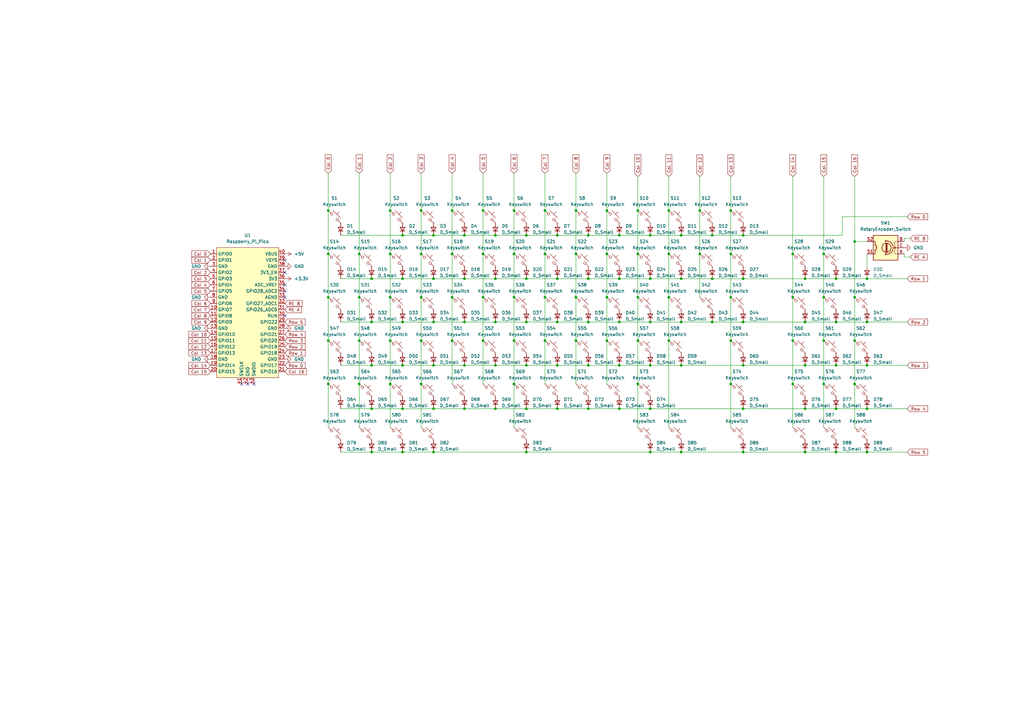
<source format=kicad_sch>
(kicad_sch (version 20250114) (generator "eeschema") (generator_version "9.0")
  (paper "A3")
  (junction (at 330.2 149.86))
  (junction (at 134.62 139.7))
  (junction (at 165.1 167.64))
  (junction (at 215.9 96.52))
  (junction (at 342.9 132.08))
  (junction (at 337.82 157.48))
  (junction (at 342.9 149.86))
  (junction (at 228.6 132.08))
  (junction (at 228.6 96.52))
  (junction (at 350.52 139.7))
  (junction (at 299.72 157.48))
  (junction (at 160.02 121.92))
  (junction (at 177.8 114.3))
  (junction (at 254 132.08))
  (junction (at 215.9 167.64))
  (junction (at 279.4 96.52))
  (junction (at 266.7 167.64))
  (junction (at 355.6 132.08))
  (junction (at 185.42 86.36))
  (junction (at 236.22 104.14))
  (junction (at 185.42 121.92))
  (junction (at 241.3 96.52))
  (junction (at 223.52 139.7))
  (junction (at 160.02 157.48))
  (junction (at 254 149.86))
  (junction (at 330.2 185.42))
  (junction (at 165.1 96.52))
  (junction (at 279.4 149.86))
  (junction (at 147.32 104.14))
  (junction (at 325.12 157.48))
  (junction (at 330.2 167.64))
  (junction (at 160.02 139.7))
  (junction (at 304.8 96.52))
  (junction (at 355.6 114.3))
  (junction (at 248.92 104.14))
  (junction (at 330.2 132.08))
  (junction (at 152.4 185.42))
  (junction (at 190.5 132.08))
  (junction (at 165.1 185.42))
  (junction (at 261.62 139.7))
  (junction (at 241.3 132.08))
  (junction (at 152.4 132.08))
  (junction (at 165.1 132.08))
  (junction (at 210.82 104.14))
  (junction (at 304.8 114.3))
  (junction (at 355.6 167.64))
  (junction (at 190.5 96.52))
  (junction (at 342.9 167.64))
  (junction (at 304.8 167.64))
  (junction (at 172.72 157.48))
  (junction (at 215.9 114.3))
  (junction (at 160.02 86.36))
  (junction (at 337.82 121.92))
  (junction (at 228.6 114.3))
  (junction (at 177.8 132.08))
  (junction (at 228.6 149.86))
  (junction (at 177.8 167.64))
  (junction (at 279.4 132.08))
  (junction (at 241.3 114.3))
  (junction (at 274.32 104.14))
  (junction (at 177.8 185.42))
  (junction (at 147.32 121.92))
  (junction (at 152.4 114.3))
  (junction (at 325.12 121.92))
  (junction (at 299.72 86.36))
  (junction (at 266.7 185.42))
  (junction (at 350.52 99.06))
  (junction (at 172.72 121.92))
  (junction (at 266.7 114.3))
  (junction (at 254 96.52))
  (junction (at 299.72 139.7))
  (junction (at 287.02 104.14))
  (junction (at 203.2 114.3))
  (junction (at 236.22 121.92))
  (junction (at 304.8 149.86))
  (junction (at 236.22 86.36))
  (junction (at 215.9 132.08))
  (junction (at 203.2 132.08))
  (junction (at 241.3 167.64))
  (junction (at 248.92 139.7))
  (junction (at 261.62 86.36))
  (junction (at 165.1 114.3))
  (junction (at 261.62 121.92))
  (junction (at 342.9 114.3))
  (junction (at 203.2 149.86))
  (junction (at 190.5 149.86))
  (junction (at 152.4 167.64))
  (junction (at 177.8 96.52))
  (junction (at 266.7 149.86))
  (junction (at 337.82 104.14))
  (junction (at 210.82 86.36))
  (junction (at 274.32 121.92))
  (junction (at 165.1 149.86))
  (junction (at 160.02 104.14))
  (junction (at 248.92 86.36))
  (junction (at 190.5 167.64))
  (junction (at 266.7 96.52))
  (junction (at 185.42 139.7))
  (junction (at 190.5 114.3))
  (junction (at 152.4 149.86))
  (junction (at 134.62 86.36))
  (junction (at 299.72 121.92))
  (junction (at 287.02 86.36))
  (junction (at 198.12 139.7))
  (junction (at 223.52 86.36))
  (junction (at 342.9 185.42))
  (junction (at 223.52 121.92))
  (junction (at 248.92 121.92))
  (junction (at 134.62 104.14))
  (junction (at 177.8 149.86))
  (junction (at 350.52 121.92))
  (junction (at 266.7 132.08))
  (junction (at 261.62 157.48))
  (junction (at 134.62 121.92))
  (junction (at 292.1 96.52))
  (junction (at 274.32 86.36))
  (junction (at 274.32 139.7))
  (junction (at 254 167.64))
  (junction (at 210.82 139.7))
  (junction (at 330.2 114.3))
  (junction (at 198.12 121.92))
  (junction (at 292.1 114.3))
  (junction (at 355.6 185.42))
  (junction (at 203.2 167.64))
  (junction (at 325.12 139.7))
  (junction (at 337.82 139.7))
  (junction (at 172.72 86.36))
  (junction (at 292.1 132.08))
  (junction (at 228.6 167.64))
  (junction (at 350.52 157.48))
  (junction (at 147.32 157.48))
  (junction (at 254 114.3))
  (junction (at 279.4 185.42))
  (junction (at 355.6 149.86))
  (junction (at 185.42 104.14))
  (junction (at 304.8 132.08))
  (junction (at 198.12 104.14))
  (junction (at 299.72 104.14))
  (junction (at 215.9 185.42))
  (junction (at 203.2 96.52))
  (junction (at 147.32 139.7))
  (junction (at 198.12 86.36))
  (junction (at 210.82 121.92))
  (junction (at 261.62 104.14))
  (junction (at 279.4 114.3))
  (junction (at 241.3 149.86))
  (junction (at 215.9 149.86))
  (junction (at 172.72 139.7))
  (junction (at 172.72 104.14))
  (junction (at 210.82 157.48))
  (junction (at 223.52 104.14))
  (junction (at 236.22 139.7))
  (junction (at 304.8 185.42))
  (junction (at 134.62 157.48))
  (junction (at 325.12 104.14))
  (no_connect (at 116.84 119.38))
  (no_connect (at 116.84 121.92))
  (no_connect (at 116.84 116.84))
  (no_connect (at 104.14 157.48))
  (no_connect (at 99.06 157.48))
  (no_connect (at 101.6 157.48))
  (no_connect (at 116.84 106.68))
  (no_connect (at 116.84 129.54))
  (no_connect (at 116.84 111.76))
  (wire (pts (xy 355.6 149.86) (xy 372.11 149.86)))
  (wire (pts (xy 337.82 72.39) (xy 337.82 104.14)))
  (wire (pts (xy 330.2 167.64) (xy 342.9 167.64)))
  (wire (pts (xy 299.72 104.14) (xy 299.72 121.92)))
  (wire (pts (xy 304.8 167.64) (xy 330.2 167.64)))
  (wire (pts (xy 373.38 97.79) (xy 370.84 97.79)))
  (wire (pts (xy 185.42 104.14) (xy 185.42 121.92)))
  (wire (pts (xy 215.9 149.86) (xy 228.6 149.86)))
  (wire (pts (xy 203.2 167.64) (xy 215.9 167.64)))
  (wire (pts (xy 210.82 71.12) (xy 210.82 86.36)))
  (wire (pts (xy 266.7 185.42) (xy 279.4 185.42)))
  (wire (pts (xy 261.62 86.36) (xy 261.62 104.14)))
  (wire (pts (xy 342.9 185.42) (xy 355.6 185.42)))
  (wire (pts (xy 223.52 121.92) (xy 223.52 139.7)))
  (wire (pts (xy 345.44 96.52) (xy 345.44 88.9)))
  (wire (pts (xy 185.42 139.7) (xy 185.42 157.48)))
  (wire (pts (xy 172.72 121.92) (xy 172.72 139.7)))
  (wire (pts (xy 325.12 72.39) (xy 325.12 104.14)))
  (wire (pts (xy 342.9 167.64) (xy 355.6 167.64)))
  (wire (pts (xy 236.22 86.36) (xy 236.22 104.14)))
  (wire (pts (xy 330.2 132.08) (xy 342.9 132.08)))
  (wire (pts (xy 254 132.08) (xy 266.7 132.08)))
  (wire (pts (xy 172.72 104.14) (xy 172.72 121.92)))
  (wire (pts (xy 304.8 96.52) (xy 345.44 96.52)))
  (wire (pts (xy 261.62 157.48) (xy 261.62 175.26)))
  (wire (pts (xy 342.9 114.3) (xy 355.6 114.3)))
  (wire (pts (xy 228.6 132.08) (xy 241.3 132.08)))
  (wire (pts (xy 160.02 121.92) (xy 160.02 139.7)))
  (wire (pts (xy 152.4 149.86) (xy 165.1 149.86)))
  (wire (pts (xy 254 167.64) (xy 266.7 167.64)))
  (wire (pts (xy 147.32 71.12) (xy 147.32 104.14)))
  (wire (pts (xy 215.9 96.52) (xy 228.6 96.52)))
  (wire (pts (xy 190.5 132.08) (xy 203.2 132.08)))
  (wire (pts (xy 248.92 121.92) (xy 248.92 139.7)))
  (wire (pts (xy 254 149.86) (xy 266.7 149.86)))
  (wire (pts (xy 248.92 86.36) (xy 248.92 104.14)))
  (wire (pts (xy 160.02 104.14) (xy 160.02 121.92)))
  (wire (pts (xy 292.1 132.08) (xy 304.8 132.08)))
  (wire (pts (xy 342.9 132.08) (xy 355.6 132.08)))
  (wire (pts (xy 160.02 139.7) (xy 160.02 157.48)))
  (wire (pts (xy 266.7 167.64) (xy 304.8 167.64)))
  (wire (pts (xy 203.2 114.3) (xy 215.9 114.3)))
  (wire (pts (xy 241.3 132.08) (xy 254 132.08)))
  (wire (pts (xy 350.52 72.39) (xy 350.52 99.06)))
  (wire (pts (xy 185.42 71.12) (xy 185.42 86.36)))
  (wire (pts (xy 134.62 157.48) (xy 134.62 175.26)))
  (wire (pts (xy 279.4 96.52) (xy 292.1 96.52)))
  (wire (pts (xy 228.6 96.52) (xy 241.3 96.52)))
  (wire (pts (xy 223.52 139.7) (xy 223.52 157.48)))
  (wire (pts (xy 274.32 86.36) (xy 274.32 104.14)))
  (wire (pts (xy 350.52 139.7) (xy 350.52 157.48)))
  (wire (pts (xy 177.8 96.52) (xy 190.5 96.52)))
  (wire (pts (xy 203.2 149.86) (xy 215.9 149.86)))
  (wire (pts (xy 355.6 114.3) (xy 372.11 114.3)))
  (wire (pts (xy 228.6 149.86) (xy 241.3 149.86)))
  (wire (pts (xy 160.02 157.48) (xy 160.02 175.26)))
  (wire (pts (xy 190.5 167.64) (xy 203.2 167.64)))
  (wire (pts (xy 299.72 86.36) (xy 299.72 104.14)))
  (wire (pts (xy 248.92 139.7) (xy 248.92 157.48)))
  (wire (pts (xy 165.1 114.3) (xy 177.8 114.3)))
  (wire (pts (xy 203.2 132.08) (xy 215.9 132.08)))
  (wire (pts (xy 325.12 157.48) (xy 325.12 175.26)))
  (wire (pts (xy 274.32 72.39) (xy 274.32 86.36)))
  (wire (pts (xy 152.4 114.3) (xy 165.1 114.3)))
  (wire (pts (xy 355.6 104.14) (xy 355.6 109.22)))
  (wire (pts (xy 134.62 139.7) (xy 134.62 157.48)))
  (wire (pts (xy 236.22 121.92) (xy 236.22 139.7)))
  (wire (pts (xy 292.1 96.52) (xy 304.8 96.52)))
  (wire (pts (xy 279.4 149.86) (xy 304.8 149.86)))
  (wire (pts (xy 337.82 104.14) (xy 337.82 121.92)))
  (wire (pts (xy 279.4 132.08) (xy 292.1 132.08)))
  (wire (pts (xy 337.82 121.92) (xy 337.82 139.7)))
  (wire (pts (xy 139.7 96.52) (xy 165.1 96.52)))
  (wire (pts (xy 372.11 185.42) (xy 355.6 185.42)))
  (wire (pts (xy 274.32 139.7) (xy 274.32 175.26)))
  (wire (pts (xy 177.8 185.42) (xy 215.9 185.42)))
  (wire (pts (xy 228.6 114.3) (xy 241.3 114.3)))
  (wire (pts (xy 165.1 185.42) (xy 177.8 185.42)))
  (wire (pts (xy 160.02 86.36) (xy 160.02 104.14)))
  (wire (pts (xy 172.72 86.36) (xy 172.72 104.14)))
  (wire (pts (xy 261.62 104.14) (xy 261.62 121.92)))
  (wire (pts (xy 355.6 167.64) (xy 372.11 167.64)))
  (wire (pts (xy 299.72 121.92) (xy 299.72 139.7)))
  (wire (pts (xy 355.6 132.08) (xy 372.11 132.08)))
  (wire (pts (xy 215.9 185.42) (xy 266.7 185.42)))
  (wire (pts (xy 287.02 104.14) (xy 287.02 121.92)))
  (wire (pts (xy 190.5 96.52) (xy 203.2 96.52)))
  (wire (pts (xy 279.4 114.3) (xy 292.1 114.3)))
  (wire (pts (xy 177.8 132.08) (xy 190.5 132.08)))
  (wire (pts (xy 330.2 114.3) (xy 342.9 114.3)))
  (wire (pts (xy 261.62 72.39) (xy 261.62 86.36)))
  (wire (pts (xy 325.12 104.14) (xy 325.12 121.92)))
  (wire (pts (xy 210.82 121.92) (xy 210.82 139.7)))
  (wire (pts (xy 254 96.52) (xy 266.7 96.52)))
  (wire (pts (xy 266.7 96.52) (xy 279.4 96.52)))
  (wire (pts (xy 147.32 139.7) (xy 147.32 157.48)))
  (wire (pts (xy 210.82 139.7) (xy 210.82 157.48)))
  (wire (pts (xy 215.9 114.3) (xy 228.6 114.3)))
  (wire (pts (xy 325.12 121.92) (xy 325.12 139.7)))
  (wire (pts (xy 177.8 167.64) (xy 190.5 167.64)))
  (wire (pts (xy 261.62 121.92) (xy 261.62 139.7)))
  (wire (pts (xy 172.72 71.12) (xy 172.72 86.36)))
  (wire (pts (xy 350.52 99.06) (xy 355.6 99.06)))
  (wire (pts (xy 241.3 167.64) (xy 254 167.64)))
  (wire (pts (xy 210.82 104.14) (xy 210.82 121.92)))
  (wire (pts (xy 152.4 132.08) (xy 165.1 132.08)))
  (wire (pts (xy 241.3 149.86) (xy 254 149.86)))
  (wire (pts (xy 139.7 132.08) (xy 152.4 132.08)))
  (wire (pts (xy 223.52 71.12) (xy 223.52 86.36)))
  (wire (pts (xy 139.7 114.3) (xy 152.4 114.3)))
  (wire (pts (xy 190.5 114.3) (xy 203.2 114.3)))
  (wire (pts (xy 139.7 149.86) (xy 152.4 149.86)))
  (wire (pts (xy 165.1 132.08) (xy 177.8 132.08)))
  (wire (pts (xy 134.62 104.14) (xy 134.62 121.92)))
  (wire (pts (xy 337.82 157.48) (xy 337.82 175.26)))
  (wire (pts (xy 304.8 132.08) (xy 330.2 132.08)))
  (wire (pts (xy 177.8 149.86) (xy 190.5 149.86)))
  (wire (pts (xy 299.72 139.7) (xy 299.72 157.48)))
  (wire (pts (xy 177.8 114.3) (xy 190.5 114.3)))
  (wire (pts (xy 134.62 86.36) (xy 134.62 104.14)))
  (wire (pts (xy 266.7 114.3) (xy 279.4 114.3)))
  (wire (pts (xy 241.3 96.52) (xy 254 96.52)))
  (wire (pts (xy 304.8 114.3) (xy 330.2 114.3)))
  (wire (pts (xy 261.62 139.7) (xy 261.62 157.48)))
  (wire (pts (xy 248.92 71.12) (xy 248.92 86.36)))
  (wire (pts (xy 223.52 86.36) (xy 223.52 104.14)))
  (wire (pts (xy 266.7 132.08) (xy 279.4 132.08)))
  (wire (pts (xy 266.7 149.86) (xy 279.4 149.86)))
  (wire (pts (xy 198.12 139.7) (xy 198.12 157.48)))
  (wire (pts (xy 134.62 71.12) (xy 134.62 86.36)))
  (wire (pts (xy 198.12 71.12) (xy 198.12 86.36)))
  (wire (pts (xy 304.8 185.42) (xy 330.2 185.42)))
  (wire (pts (xy 248.92 104.14) (xy 248.92 121.92)))
  (wire (pts (xy 152.4 167.64) (xy 165.1 167.64)))
  (wire (pts (xy 370.84 97.79) (xy 370.84 99.06)))
  (wire (pts (xy 147.32 121.92) (xy 147.32 139.7)))
  (wire (pts (xy 223.52 104.14) (xy 223.52 121.92)))
  (wire (pts (xy 373.38 105.41) (xy 370.84 105.41)))
  (wire (pts (xy 236.22 139.7) (xy 236.22 157.48)))
  (wire (pts (xy 198.12 121.92) (xy 198.12 139.7)))
  (wire (pts (xy 350.52 121.92) (xy 350.52 139.7)))
  (wire (pts (xy 299.72 157.48) (xy 299.72 175.26)))
  (wire (pts (xy 330.2 149.86) (xy 342.9 149.86)))
  (wire (pts (xy 299.72 72.39) (xy 299.72 86.36)))
  (wire (pts (xy 134.62 121.92) (xy 134.62 139.7)))
  (wire (pts (xy 139.7 167.64) (xy 152.4 167.64)))
  (wire (pts (xy 139.7 185.42) (xy 152.4 185.42)))
  (wire (pts (xy 228.6 167.64) (xy 241.3 167.64)))
  (wire (pts (xy 236.22 71.12) (xy 236.22 86.36)))
  (wire (pts (xy 370.84 105.41) (xy 370.84 104.14)))
  (wire (pts (xy 287.02 72.39) (xy 287.02 86.36)))
  (wire (pts (xy 215.9 167.64) (xy 228.6 167.64)))
  (wire (pts (xy 215.9 132.08) (xy 228.6 132.08)))
  (wire (pts (xy 172.72 139.7) (xy 172.72 157.48)))
  (wire (pts (xy 165.1 149.86) (xy 177.8 149.86)))
  (wire (pts (xy 274.32 104.14) (xy 274.32 121.92)))
  (wire (pts (xy 185.42 121.92) (xy 185.42 139.7)))
  (wire (pts (xy 152.4 185.42) (xy 165.1 185.42)))
  (wire (pts (xy 345.44 88.9) (xy 372.11 88.9)))
  (wire (pts (xy 350.52 157.48) (xy 350.52 175.26)))
  (wire (pts (xy 304.8 149.86) (xy 330.2 149.86)))
  (wire (pts (xy 236.22 104.14) (xy 236.22 121.92)))
  (wire (pts (xy 342.9 149.86) (xy 355.6 149.86)))
  (wire (pts (xy 165.1 96.52) (xy 177.8 96.52)))
  (wire (pts (xy 190.5 149.86) (xy 203.2 149.86)))
  (wire (pts (xy 185.42 86.36) (xy 185.42 104.14)))
  (wire (pts (xy 203.2 96.52) (xy 215.9 96.52)))
  (wire (pts (xy 198.12 86.36) (xy 198.12 104.14)))
  (wire (pts (xy 210.82 157.48) (xy 210.82 175.26)))
  (wire (pts (xy 160.02 71.12) (xy 160.02 86.36)))
  (wire (pts (xy 254 114.3) (xy 266.7 114.3)))
  (wire (pts (xy 350.52 99.06) (xy 350.52 121.92)))
  (wire (pts (xy 337.82 139.7) (xy 337.82 157.48)))
  (wire (pts (xy 325.12 139.7) (xy 325.12 157.48)))
  (wire (pts (xy 172.72 157.48) (xy 172.72 175.26)))
  (wire (pts (xy 279.4 185.42) (xy 304.8 185.42)))
  (wire (pts (xy 147.32 104.14) (xy 147.32 121.92)))
  (wire (pts (xy 147.32 157.48) (xy 147.32 175.26)))
  (wire (pts (xy 210.82 86.36) (xy 210.82 104.14)))
  (wire (pts (xy 165.1 167.64) (xy 177.8 167.64)))
  (wire (pts (xy 292.1 114.3) (xy 304.8 114.3)))
  (wire (pts (xy 330.2 185.42) (xy 342.9 185.42)))
  (wire (pts (xy 241.3 114.3) (xy 254 114.3)))
  (wire (pts (xy 198.12 104.14) (xy 198.12 121.92)))
  (wire (pts (xy 287.02 86.36) (xy 287.02 104.14)))
  (wire (pts (xy 274.32 121.92) (xy 274.32 139.7)))
  (global_label "Row 1" (shape input) (at 372.11 114.3 0) (property "Intersheetrefs" "${INTERSHEET_REFS}" (effects (hide yes))))
  (global_label "Col 13" (shape input) (at 86.36 144.78 180) (property "Intersheetrefs" "${INTERSHEET_REFS}" (effects (hide yes))))
  (global_label "Col 10" (shape input) (at 86.36 137.16 180) (property "Intersheetrefs" "${INTERSHEET_REFS}" (effects (hide yes))))
  (global_label "Col 11" (shape input) (at 86.36 139.7 180) (property "Intersheetrefs" "${INTERSHEET_REFS}" (effects (hide yes))))
  (global_label "Col 7" (shape input) (at 223.52 71.12 90) (property "Intersheetrefs" "${INTERSHEET_REFS}" (effects (hide yes))))
  (global_label "Col 4" (shape input) (at 185.42 71.12 90) (property "Intersheetrefs" "${INTERSHEET_REFS}" (effects (hide yes))))
  (global_label "Row 4" (shape input) (at 116.84 137.16 0) (property "Intersheetrefs" "${INTERSHEET_REFS}" (effects (hide yes))))
  (global_label "Col 0" (shape input) (at 134.62 71.12 90) (property "Intersheetrefs" "${INTERSHEET_REFS}" (effects (hide yes))))
  (global_label "Col 5" (shape input) (at 198.12 71.12 90) (property "Intersheetrefs" "${INTERSHEET_REFS}" (effects (hide yes))))
  (global_label "Col 15" (shape input) (at 337.82 72.39 90) (property "Intersheetrefs" "${INTERSHEET_REFS}" (effects (hide yes))))
  (global_label "Col 0" (shape input) (at 86.36 104.14 180) (property "Intersheetrefs" "${INTERSHEET_REFS}" (effects (hide yes))))
  (global_label "Row 1" (shape input) (at 116.84 144.78 0) (property "Intersheetrefs" "${INTERSHEET_REFS}" (effects (hide yes))))
  (global_label "Col 16" (shape input) (at 116.84 152.4 0) (property "Intersheetrefs" "${INTERSHEET_REFS}" (effects (hide yes))))
  (global_label "Row 3" (shape input) (at 372.11 149.86 0) (property "Intersheetrefs" "${INTERSHEET_REFS}" (effects (hide yes))))
  (global_label "Col 1" (shape input) (at 147.32 71.12 90) (property "Intersheetrefs" "${INTERSHEET_REFS}" (effects (hide yes))))
  (global_label "Row 5" (shape input) (at 372.11 185.42 0) (property "Intersheetrefs" "${INTERSHEET_REFS}" (effects (hide yes))))
  (global_label "Col 6" (shape input) (at 86.36 124.46 180) (property "Intersheetrefs" "${INTERSHEET_REFS}" (effects (hide yes))))
  (global_label "Col 2" (shape input) (at 160.02 71.12 90) (property "Intersheetrefs" "${INTERSHEET_REFS}" (effects (hide yes))))
  (global_label "Col 12" (shape input) (at 287.02 72.39 90) (property "Intersheetrefs" "${INTERSHEET_REFS}" (effects (hide yes))))
  (global_label "RE B" (shape input) (at 373.38 97.79 0) (property "Intersheetrefs" "${INTERSHEET_REFS}" (effects (hide yes))))
  (global_label "Row 2" (shape input) (at 116.84 142.24 0) (property "Intersheetrefs" "${INTERSHEET_REFS}" (effects (hide yes))))
  (global_label "Col 13" (shape input) (at 299.72 72.39 90) (property "Intersheetrefs" "${INTERSHEET_REFS}" (effects (hide yes))))
  (global_label "Col 1" (shape input) (at 86.36 106.68 180) (property "Intersheetrefs" "${INTERSHEET_REFS}" (effects (hide yes))))
  (global_label "Row 0" (shape input) (at 116.84 149.86 0) (property "Intersheetrefs" "${INTERSHEET_REFS}" (effects (hide yes))))
  (global_label "Row 2" (shape input) (at 372.11 132.08 0) (property "Intersheetrefs" "${INTERSHEET_REFS}" (effects (hide yes))))
  (global_label "Col 6" (shape input) (at 210.82 71.12 90) (property "Intersheetrefs" "${INTERSHEET_REFS}" (effects (hide yes))))
  (global_label "Col 9" (shape input) (at 248.92 71.12 90) (property "Intersheetrefs" "${INTERSHEET_REFS}" (effects (hide yes))))
  (global_label "Col 9" (shape input) (at 86.36 132.08 180) (property "Intersheetrefs" "${INTERSHEET_REFS}" (effects (hide yes))))
  (global_label "RE A" (shape input) (at 373.38 105.41 0) (property "Intersheetrefs" "${INTERSHEET_REFS}" (effects (hide yes))))
  (global_label "Col 8" (shape input) (at 86.36 129.54 180) (property "Intersheetrefs" "${INTERSHEET_REFS}" (effects (hide yes))))
  (global_label "RE B" (shape input) (at 116.84 124.46 0) (property "Intersheetrefs" "${INTERSHEET_REFS}" (effects (hide yes))))
  (global_label "Row 0" (shape input) (at 372.11 88.9 0) (property "Intersheetrefs" "${INTERSHEET_REFS}" (effects (hide yes))))
  (global_label "Col 14" (shape input) (at 86.36 149.86 180) (property "Intersheetrefs" "${INTERSHEET_REFS}" (effects (hide yes))))
  (global_label "Row 3" (shape input) (at 116.84 139.7 0) (property "Intersheetrefs" "${INTERSHEET_REFS}" (effects (hide yes))))
  (global_label "Col 3" (shape input) (at 86.36 114.3 180) (property "Intersheetrefs" "${INTERSHEET_REFS}" (effects (hide yes))))
  (global_label "Col 4" (shape input) (at 86.36 116.84 180) (property "Intersheetrefs" "${INTERSHEET_REFS}" (effects (hide yes))))
  (global_label "Col 2" (shape input) (at 86.36 111.76 180) (property "Intersheetrefs" "${INTERSHEET_REFS}" (effects (hide yes))))
  (global_label "Col 12" (shape input) (at 86.36 142.24 180) (property "Intersheetrefs" "${INTERSHEET_REFS}" (effects (hide yes))))
  (global_label "Col 7" (shape input) (at 86.36 127 180) (property "Intersheetrefs" "${INTERSHEET_REFS}" (effects (hide yes))))
  (global_label "Row 4" (shape input) (at 372.11 167.64 0) (property "Intersheetrefs" "${INTERSHEET_REFS}" (effects (hide yes))))
  (global_label "Col 15" (shape input) (at 86.36 152.4 180) (property "Intersheetrefs" "${INTERSHEET_REFS}" (effects (hide yes))))
  (global_label "Row 5" (shape input) (at 116.84 132.08 0) (property "Intersheetrefs" "${INTERSHEET_REFS}" (effects (hide yes))))
  (global_label "Col 3" (shape input) (at 172.72 71.12 90) (property "Intersheetrefs" "${INTERSHEET_REFS}" (effects (hide yes))))
  (global_label "Col 8" (shape input) (at 236.22 71.12 90) (property "Intersheetrefs" "${INTERSHEET_REFS}" (effects (hide yes))))
  (global_label "Col 5" (shape input) (at 86.36 119.38 180) (property "Intersheetrefs" "${INTERSHEET_REFS}" (effects (hide yes))))
  (global_label "Col 10" (shape input) (at 261.62 72.39 90) (property "Intersheetrefs" "${INTERSHEET_REFS}" (effects (hide yes))))
  (global_label "Col 11" (shape input) (at 274.32 72.39 90) (property "Intersheetrefs" "${INTERSHEET_REFS}" (effects (hide yes))))
  (global_label "RE A" (shape input) (at 116.84 127 0) (property "Intersheetrefs" "${INTERSHEET_REFS}" (effects (hide yes))))
  (global_label "Col 16" (shape input) (at 350.52 72.39 90) (property "Intersheetrefs" "${INTERSHEET_REFS}" (effects (hide yes))))
  (global_label "Col 14" (shape input) (at 325.12 72.39 90) (property "Intersheetrefs" "${INTERSHEET_REFS}" (effects (hide yes))))
  (symbol (lib_id "Device:D_Small") (at 304.8 129.54 90) (unit 1)
    (property "Reference" "D44" (at 307.34 128.2699 90) (effects (justify right)))
    (property "Value" "D_Small" (at 307.34 130.8099 90) (effects (justify right)))
    (property "Footprint" "ScottoKeebs_Components:Diode_DO-35" (effects (hide yes)))
    (property "Description" "Diode, small symbol" (effects (hide yes)))
    (property "Sim.Device" "D" (effects (hide yes)))
    (property "Sim.Pins" "1=K 2=A" (effects (hide yes)))
  )
  (symbol (lib_id "Device:D_Small") (at 254 111.76 90) (unit 1)
    (property "Reference" "D23" (at 256.54 110.4899 90) (effects (justify right)))
    (property "Value" "D_Small" (at 256.54 113.0299 90) (effects (justify right)))
    (property "Footprint" "ScottoKeebs_Components:Diode_DO-35" (effects (hide yes)))
    (property "Description" "Diode, small symbol" (effects (hide yes)))
    (property "Sim.Device" "D" (effects (hide yes)))
    (property "Sim.Pins" "1=K 2=A" (effects (hide yes)))
  )
  (symbol (lib_id "Device:D_Small") (at 215.9 182.88 90) (unit 1)
    (property "Reference" "D83" (at 218.44 181.6099 90) (effects (justify right)))
    (property "Value" "D_Small" (at 218.44 184.1499 90) (effects (justify right)))
    (property "Footprint" "ScottoKeebs_Components:Diode_DO-35" (effects (hide yes)))
    (property "Description" "Diode, small symbol" (effects (hide yes)))
    (property "Sim.Device" "D" (effects (hide yes)))
    (property "Sim.Pins" "1=K 2=A" (effects (hide yes)))
  )
  (symbol (lib_id "ScottoKeebs:Placeholder_Keyswitch") (at 302.26 124.46 0) (unit 1)
    (property "Reference" "S43" (at 302.26 116.84 0))
    (property "Value" "Keyswitch" (at 302.26 119.38 0))
    (property "Footprint" "Button_Switch_Keyboard:SW_Cherry_MX_1.50u_PCB" (effects (hide yes)))
    (property "Description" "Push button switch, normally open, two pins, 45° tilted" (effects (hide yes)))
  )
  (symbol (lib_id "ScottoKeebs:Placeholder_Keyswitch") (at 162.56 160.02 0) (unit 1)
    (property "Reference" "S65" (at 162.56 152.4 0))
    (property "Value" "Keyswitch" (at 162.56 154.94 0))
    (property "Footprint" "Button_Switch_Keyboard:SW_Cherry_MX_1.00u_PCB" (effects (hide yes)))
    (property "Description" "Push button switch, normally open, two pins, 45° tilted" (effects (hide yes)))
  )
  (symbol (lib_id "ScottoKeebs:Placeholder_Keyswitch") (at 187.96 106.68 0) (unit 1)
    (property "Reference" "S18" (at 187.96 99.06 0))
    (property "Value" "Keyswitch" (at 187.96 101.6 0))
    (property "Footprint" "Button_Switch_Keyboard:SW_Cherry_MX_1.00u_PCB" (effects (hide yes)))
    (property "Description" "Push button switch, normally open, two pins, 45° tilted" (effects (hide yes)))
  )
  (symbol (lib_id "ScottoKeebs:Placeholder_Keyswitch") (at 340.36 142.24 0) (unit 1)
    (property "Reference" "S61" (at 340.36 134.62 0))
    (property "Value" "Keyswitch" (at 340.36 137.16 0))
    (property "Footprint" "Button_Switch_Keyboard:SW_Cherry_MX_1.00u_PCB" (effects (hide yes)))
    (property "Description" "Push button switch, normally open, two pins, 45° tilted" (effects (hide yes)))
  )
  (symbol (lib_id "ScottoKeebs:Placeholder_Keyswitch") (at 137.16 124.46 0) (unit 1)
    (property "Reference" "S30" (at 137.16 116.84 0))
    (property "Value" "Keyswitch" (at 137.16 119.38 0))
    (property "Footprint" "Button_Switch_Keyboard:SW_Cherry_MX_1.50u_PCB" (effects (hide yes)))
    (property "Description" "Push button switch, normally open, two pins, 45° tilted" (effects (hide yes)))
  )
  (symbol (lib_id "ScottoKeebs:Placeholder_Keyswitch") (at 251.46 88.9 0) (unit 1)
    (property "Reference" "S9" (at 251.46 81.28 0))
    (property "Value" "Keyswitch" (at 251.46 83.82 0))
    (property "Footprint" "Button_Switch_Keyboard:SW_Cherry_MX_1.00u_PCB" (effects (hide yes)))
    (property "Description" "Push button switch, normally open, two pins, 45° tilted" (effects (hide yes)))
  )
  (symbol (lib_id "ScottoKeebs:Placeholder_Keyswitch") (at 251.46 106.68 0) (unit 1)
    (property "Reference" "S23" (at 251.46 99.06 0))
    (property "Value" "Keyswitch" (at 251.46 101.6 0))
    (property "Footprint" "Button_Switch_Keyboard:SW_Cherry_MX_1.00u_PCB" (effects (hide yes)))
    (property "Description" "Push button switch, normally open, two pins, 45° tilted" (effects (hide yes)))
  )
  (symbol (lib_id "Device:D_Small") (at 266.7 182.88 90) (unit 1)
    (property "Reference" "D84" (at 269.24 181.6099 90) (effects (justify right)))
    (property "Value" "D_Small" (at 269.24 184.1499 90) (effects (justify right)))
    (property "Footprint" "ScottoKeebs_Components:Diode_DO-35" (effects (hide yes)))
    (property "Description" "Diode, small symbol" (effects (hide yes)))
    (property "Sim.Device" "D" (effects (hide yes)))
    (property "Sim.Pins" "1=K 2=A" (effects (hide yes)))
  )
  (symbol (lib_id "ScottoKeebs:Placeholder_Keyswitch") (at 327.66 124.46 0) (unit 1)
    (property "Reference" "S44" (at 327.66 116.84 0))
    (property "Value" "Keyswitch" (at 327.66 119.38 0))
    (property "Footprint" "Button_Switch_Keyboard:SW_Cherry_MX_1.00u_PCB" (effects (hide yes)))
    (property "Description" "Push button switch, normally open, two pins, 45° tilted" (effects (hide yes)))
  )
  (symbol (lib_id "ScottoKeebs:Placeholder_Keyswitch") (at 302.26 160.02 0) (unit 1)
    (property "Reference" "S74" (at 302.26 152.4 0))
    (property "Value" "Keyswitch" (at 302.26 154.94 0))
    (property "Footprint" "Button_Switch_Keyboard:SW_Cherry_MX_2.75u_PCB" (effects (hide yes)))
    (property "Description" "Push button switch, normally open, two pins, 45° tilted" (effects (hide yes)))
  )
  (symbol (lib_id "ScottoKeebs:Placeholder_Keyswitch") (at 213.36 124.46 0) (unit 1)
    (property "Reference" "S36" (at 213.36 116.84 0))
    (property "Value" "Keyswitch" (at 213.36 119.38 0))
    (property "Footprint" "Button_Switch_Keyboard:SW_Cherry_MX_1.00u_PCB" (effects (hide yes)))
    (property "Description" "Push button switch, normally open, two pins, 45° tilted" (effects (hide yes)))
  )
  (symbol (lib_id "Device:D_Small") (at 165.1 111.76 90) (unit 1)
    (property "Reference" "D16" (at 167.64 110.4899 90) (effects (justify right)))
    (property "Value" "D_Small" (at 167.64 113.0299 90) (effects (justify right)))
    (property "Footprint" "ScottoKeebs_Components:Diode_DO-35" (effects (hide yes)))
    (property "Description" "Diode, small symbol" (effects (hide yes)))
    (property "Sim.Device" "D" (effects (hide yes)))
    (property "Sim.Pins" "1=K 2=A" (effects (hide yes)))
  )
  (symbol (lib_id "Device:D_Small") (at 266.7 93.98 90) (unit 1)
    (property "Reference" "D10" (at 269.24 92.7099 90) (effects (justify right)))
    (property "Value" "D_Small" (at 269.24 95.2499 90) (effects (justify right)))
    (property "Footprint" "ScottoKeebs_Components:Diode_DO-35" (effects (hide yes)))
    (property "Description" "Diode, small symbol" (effects (hide yes)))
    (property "Sim.Device" "D" (effects (hide yes)))
    (property "Sim.Pins" "1=K 2=A" (effects (hide yes)))
  )
  (symbol (lib_id "ScottoKeebs:MCU_Raspberry_Pi_Pico") (at 101.6 128.27 0) (unit 1)
    (property "Reference" "U1" (at 101.6 96.52 0))
    (property "Value" "Raspberry_Pi_Pico" (at 101.6 99.06 0))
    (property "Footprint" "Module:RaspberryPi_Pico_Common_THT" (effects (hide yes)))
  )
  (symbol (lib_id "ScottoKeebs:Placeholder_Keyswitch") (at 137.16 106.68 0) (unit 1)
    (property "Reference" "S14" (at 137.16 99.06 0))
    (property "Value" "Keyswitch" (at 137.16 101.6 0))
    (property "Footprint" "Button_Switch_Keyboard:SW_Cherry_MX_1.00u_PCB" (effects (hide yes)))
    (property "Description" "Push button switch, normally open, two pins, 45° tilted" (effects (hide yes)))
  )
  (symbol (lib_id "ScottoKeebs:Placeholder_Keyswitch") (at 175.26 106.68 0) (unit 1)
    (property "Reference" "S17" (at 175.26 99.06 0))
    (property "Value" "Keyswitch" (at 175.26 101.6 0))
    (property "Footprint" "Button_Switch_Keyboard:SW_Cherry_MX_1.00u_PCB" (effects (hide yes)))
    (property "Description" "Push button switch, normally open, two pins, 45° tilted" (effects (hide yes)))
  )
  (symbol (lib_id "Device:D_Small") (at 355.6 111.76 90) (unit 1)
    (property "Reference" "D30" (at 358.14 110.4899 90) (effects (justify right)))
    (property "Value" "D_Small" (at 358.14 113.0299 90) (effects (justify right)))
    (property "Footprint" "ScottoKeebs_Components:Diode_DO-35" (effects (hide yes)))
    (property "Description" "Diode, small symbol" (effects (hide yes)))
    (property "Sim.Device" "D" (effects (hide yes)))
    (property "Sim.Pins" "1=K 2=A" (effects (hide yes)))
  )
  (symbol (lib_id "Device:D_Small") (at 152.4 165.1 90) (unit 1)
    (property "Reference" "D65" (at 154.94 163.8299 90) (effects (justify right)))
    (property "Value" "D_Small" (at 154.94 166.3699 90) (effects (justify right)))
    (property "Footprint" "ScottoKeebs_Components:Diode_DO-35" (effects (hide yes)))
    (property "Description" "Diode, small symbol" (effects (hide yes)))
    (property "Sim.Device" "D" (effects (hide yes)))
    (property "Sim.Pins" "1=K 2=A" (effects (hide yes)))
  )
  (symbol (lib_id "ScottoKeebs:Placeholder_Keyswitch") (at 187.96 88.9 0) (unit 1)
    (property "Reference" "S4" (at 187.96 81.28 0))
    (property "Value" "Keyswitch" (at 187.96 83.82 0))
    (property "Footprint" "Button_Switch_Keyboard:SW_Cherry_MX_1.00u_PCB" (effects (hide yes)))
    (property "Description" "Push button switch, normally open, two pins, 45° tilted" (effects (hide yes)))
  )
  (symbol (lib_id "ScottoKeebs:Placeholder_Keyswitch") (at 264.16 88.9 0) (unit 1)
    (property "Reference" "S10" (at 264.16 81.28 0))
    (property "Value" "Keyswitch" (at 264.16 83.82 0))
    (property "Footprint" "Button_Switch_Keyboard:SW_Cherry_MX_1.00u_PCB" (effects (hide yes)))
    (property "Description" "Push button switch, normally open, two pins, 45° tilted" (effects (hide yes)))
  )
  (symbol (lib_id "ScottoKeebs:Placeholder_Keyswitch") (at 264.16 124.46 0) (unit 1)
    (property "Reference" "S40" (at 264.16 116.84 0))
    (property "Value" "Keyswitch" (at 264.16 119.38 0))
    (property "Footprint" "Button_Switch_Keyboard:SW_Cherry_MX_1.00u_PCB" (effects (hide yes)))
    (property "Description" "Push button switch, normally open, two pins, 45° tilted" (effects (hide yes)))
  )
  (symbol (lib_id "ScottoKeebs:Placeholder_Keyswitch") (at 187.96 124.46 0) (unit 1)
    (property "Reference" "S34" (at 187.96 116.84 0))
    (property "Value" "Keyswitch" (at 187.96 119.38 0))
    (property "Footprint" "Button_Switch_Keyboard:SW_Cherry_MX_1.00u_PCB" (effects (hide yes)))
    (property "Description" "Push button switch, normally open, two pins, 45° tilted" (effects (hide yes)))
  )
  (symbol (lib_id "Device:D_Small") (at 165.1 165.1 90) (unit 1)
    (property "Reference" "D66" (at 167.64 163.8299 90) (effects (justify right)))
    (property "Value" "D_Small" (at 167.64 166.3699 90) (effects (justify right)))
    (property "Footprint" "ScottoKeebs_Components:Diode_DO-35" (effects (hide yes)))
    (property "Description" "Diode, small symbol" (effects (hide yes)))
    (property "Sim.Device" "D" (effects (hide yes)))
    (property "Sim.Pins" "1=K 2=A" (effects (hide yes)))
  )
  (symbol (lib_id "Device:D_Small") (at 152.4 147.32 90) (unit 1)
    (property "Reference" "D49" (at 154.94 146.0499 90) (effects (justify right)))
    (property "Value" "D_Small" (at 154.94 148.5899 90) (effects (justify right)))
    (property "Footprint" "ScottoKeebs_Components:Diode_DO-35" (effects (hide yes)))
    (property "Description" "Diode, small symbol" (effects (hide yes)))
    (property "Sim.Device" "D" (effects (hide yes)))
    (property "Sim.Pins" "1=K 2=A" (effects (hide yes)))
  )
  (symbol (lib_id "Device:D_Small") (at 355.6 147.32 90) (unit 1)
    (property "Reference" "D63" (at 358.14 146.0499 90) (effects (justify right)))
    (property "Value" "D_Small" (at 358.14 148.5899 90) (effects (justify right)))
    (property "Footprint" "ScottoKeebs_Components:Diode_DO-35" (effects (hide yes)))
    (property "Description" "Diode, small symbol" (effects (hide yes)))
    (property "Sim.Device" "D" (effects (hide yes)))
    (property "Sim.Pins" "1=K 2=A" (effects (hide yes)))
  )
  (symbol (lib_id "Device:D_Small") (at 279.4 147.32 90) (unit 1)
    (property "Reference" "D59" (at 281.94 146.0499 90) (effects (justify right)))
    (property "Value" "D_Small" (at 281.94 148.5899 90) (effects (justify right)))
    (property "Footprint" "ScottoKeebs_Components:Diode_DO-35" (effects (hide yes)))
    (property "Description" "Diode, small symbol" (effects (hide yes)))
    (property "Sim.Device" "D" (effects (hide yes)))
    (property "Sim.Pins" "1=K 2=A" (effects (hide yes)))
  )
  (symbol (lib_id "Device:D_Small") (at 330.2 111.76 90) (unit 1)
    (property "Reference" "D28" (at 332.74 110.4899 90) (effects (justify right)))
    (property "Value" "D_Small" (at 332.74 113.0299 90) (effects (justify right)))
    (property "Footprint" "ScottoKeebs_Components:Diode_DO-35" (effects (hide yes)))
    (property "Description" "Diode, small symbol" (effects (hide yes)))
    (property "Sim.Device" "D" (effects (hide yes)))
    (property "Sim.Pins" "1=K 2=A" (effects (hide yes)))
  )
  (symbol (lib_id "ScottoKeebs:Placeholder_Keyswitch") (at 162.56 106.68 0) (unit 1)
    (property "Reference" "S16" (at 162.56 99.06 0))
    (property "Value" "Keyswitch" (at 162.56 101.6 0))
    (property "Footprint" "Button_Switch_Keyboard:SW_Cherry_MX_1.00u_PCB" (effects (hide yes)))
    (property "Description" "Push button switch, normally open, two pins, 45° tilted" (effects (hide yes)))
  )
  (symbol (lib_id "power:GND") (at 116.84 134.62 90) (unit 1)
    (property "Reference" "#PWR08" (effects (hide yes)))
    (property "Value" "GND" (at 120.65 134.6199 90) (effects (justify right)))
    (property "Description" "Power symbol creates a global label with name \"GND\" , ground" (effects (hide yes)))
  )
  (symbol (lib_id "Device:D_Small") (at 304.8 147.32 90) (unit 1)
    (property "Reference" "D60" (at 307.34 146.0499 90) (effects (justify right)))
    (property "Value" "D_Small" (at 307.34 148.5899 90) (effects (justify right)))
    (property "Footprint" "ScottoKeebs_Components:Diode_DO-35" (effects (hide yes)))
    (property "Description" "Diode, small symbol" (effects (hide yes)))
    (property "Sim.Device" "D" (effects (hide yes)))
    (property "Sim.Pins" "1=K 2=A" (effects (hide yes)))
  )
  (symbol (lib_id "Device:D_Small") (at 355.6 129.54 90) (unit 1)
    (property "Reference" "D47" (at 358.14 128.2699 90) (effects (justify right)))
    (property "Value" "D_Small" (at 358.14 130.8099 90) (effects (justify right)))
    (property "Footprint" "ScottoKeebs_Components:Diode_DO-35" (effects (hide yes)))
    (property "Description" "Diode, small symbol" (effects (hide yes)))
    (property "Sim.Device" "D" (effects (hide yes)))
    (property "Sim.Pins" "1=K 2=A" (effects (hide yes)))
  )
  (symbol (lib_id "ScottoKeebs:Placeholder_Keyswitch") (at 276.86 177.8 0) (unit 1)
    (property "Reference" "S84" (at 276.86 170.18 0))
    (property "Value" "Keyswitch" (at 276.86 172.72 0))
    (property "Footprint" "Button_Switch_Keyboard:SW_Cherry_MX_1.25u_PCB" (effects (hide yes)))
    (property "Description" "Push button switch, normally open, two pins, 45° tilted" (effects (hide yes)))
  )
  (symbol (lib_id "Device:D_Small") (at 330.2 147.32 90) (unit 1)
    (property "Reference" "D61" (at 332.74 146.0499 90) (effects (justify right)))
    (property "Value" "D_Small" (at 332.74 148.5899 90) (effects (justify right)))
    (property "Footprint" "ScottoKeebs_Components:Diode_DO-35" (effects (hide yes)))
    (property "Description" "Diode, small symbol" (effects (hide yes)))
    (property "Sim.Device" "D" (effects (hide yes)))
    (property "Sim.Pins" "1=K 2=A" (effects (hide yes)))
  )
  (symbol (lib_id "ScottoKeebs:Placeholder_Keyswitch") (at 213.36 160.02 0) (unit 1)
    (property "Reference" "S69" (at 213.36 152.4 0))
    (property "Value" "Keyswitch" (at 213.36 154.94 0))
    (property "Footprint" "Button_Switch_Keyboard:SW_Cherry_MX_1.00u_PCB" (effects (hide yes)))
    (property "Description" "Push button switch, normally open, two pins, 45° tilted" (effects (hide yes)))
  )
  (symbol (lib_id "ScottoKeebs:Placeholder_Keyswitch") (at 353.06 177.8 0) (unit 1)
    (property "Reference" "S88" (at 353.06 170.18 0))
    (property "Value" "Keyswitch" (at 353.06 172.72 0))
    (property "Footprint" "Button_Switch_Keyboard:SW_Cherry_MX_1.00u_PCB" (effects (hide yes)))
    (property "Description" "Push button switch, normally open, two pins, 45° tilted" (effects (hide yes)))
  )
  (symbol (lib_id "Device:D_Small") (at 266.7 129.54 90) (unit 1)
    (property "Reference" "D41" (at 269.24 128.2699 90) (effects (justify right)))
    (property "Value" "D_Small" (at 269.24 130.8099 90) (effects (justify right)))
    (property "Footprint" "ScottoKeebs_Components:Diode_DO-35" (effects (hide yes)))
    (property "Description" "Diode, small symbol" (effects (hide yes)))
    (property "Sim.Device" "D" (effects (hide yes)))
    (property "Sim.Pins" "1=K 2=A" (effects (hide yes)))
  )
  (symbol (lib_id "power:GND") (at 86.36 147.32 270) (unit 1)
    (property "Reference" "#PWR09" (effects (hide yes)))
    (property "Value" "GND" (at 82.55 147.3199 90) (effects (justify right)))
    (property "Description" "Power symbol creates a global label with name \"GND\" , ground" (effects (hide yes)))
  )
  (symbol (lib_id "Device:D_Small") (at 177.8 111.76 90) (unit 1)
    (property "Reference" "D17" (at 180.34 110.4899 90) (effects (justify right)))
    (property "Value" "D_Small" (at 180.34 113.0299 90) (effects (justify right)))
    (property "Footprint" "ScottoKeebs_Components:Diode_DO-35" (effects (hide yes)))
    (property "Description" "Diode, small symbol" (effects (hide yes)))
    (property "Sim.Device" "D" (effects (hide yes)))
    (property "Sim.Pins" "1=K 2=A" (effects (hide yes)))
  )
  (symbol (lib_id "ScottoKeebs:Placeholder_Keyswitch") (at 137.16 142.24 0) (unit 1)
    (property "Reference" "S47" (at 137.16 134.62 0))
    (property "Value" "Keyswitch" (at 137.16 137.16 0))
    (property "Footprint" "Button_Switch_Keyboard:SW_Cherry_MX_1.75u_PCB" (effects (hide yes)))
    (property "Description" "Push button switch, normally open, two pins, 45° tilted" (effects (hide yes)))
  )
  (symbol (lib_id "ScottoKeebs:Placeholder_Keyswitch") (at 213.36 177.8 0) (unit 1)
    (property "Reference" "S82" (at 213.36 170.18 0))
    (property "Value" "Keyswitch" (at 213.36 172.72 0))
    (property "Footprint" "Button_Switch_Keyboard:SW_Cherry_MX_6.25u_PCB" (effects (hide yes)))
    (property "Description" "Push button switch, normally open, two pins, 45° tilted" (effects (hide yes)))
  )
  (symbol (lib_id "ScottoKeebs:Placeholder_Keyswitch") (at 226.06 88.9 0) (unit 1)
    (property "Reference" "S7" (at 226.06 81.28 0))
    (property "Value" "Keyswitch" (at 226.06 83.82 0))
    (property "Footprint" "Button_Switch_Keyboard:SW_Cherry_MX_1.00u_PCB" (effects (hide yes)))
    (property "Description" "Push button switch, normally open, two pins, 45° tilted" (effects (hide yes)))
  )
  (symbol (lib_id "ScottoKeebs:Placeholder_Keyswitch") (at 213.36 142.24 0) (unit 1)
    (property "Reference" "S53" (at 213.36 134.62 0))
    (property "Value" "Keyswitch" (at 213.36 137.16 0))
    (property "Footprint" "Button_Switch_Keyboard:SW_Cherry_MX_1.00u_PCB" (effects (hide yes)))
    (property "Description" "Push button switch, normally open, two pins, 45° tilted" (effects (hide yes)))
  )
  (symbol (lib_id "ScottoKeebs:Placeholder_Keyswitch") (at 226.06 124.46 0) (unit 1)
    (property "Reference" "S37" (at 226.06 116.84 0))
    (property "Value" "Keyswitch" (at 226.06 119.38 0))
    (property "Footprint" "Button_Switch_Keyboard:SW_Cherry_MX_1.00u_PCB" (effects (hide yes)))
    (property "Description" "Push button switch, normally open, two pins, 45° tilted" (effects (hide yes)))
  )
  (symbol (lib_id "Device:D_Small") (at 152.4 111.76 90) (unit 1)
    (property "Reference" "D15" (at 154.94 110.4899 90) (effects (justify right)))
    (property "Value" "D_Small" (at 154.94 113.0299 90) (effects (justify right)))
    (property "Footprint" "ScottoKeebs_Components:Diode_DO-35" (effects (hide yes)))
    (property "Description" "Diode, small symbol" (effects (hide yes)))
    (property "Sim.Device" "D" (effects (hide yes)))
    (property "Sim.Pins" "1=K 2=A" (effects (hide yes)))
  )
  (symbol (lib_id "Device:D_Small") (at 342.9 129.54 90) (unit 1)
    (property "Reference" "D46" (at 345.44 128.2699 90) (effects (justify right)))
    (property "Value" "D_Small" (at 345.44 130.8099 90) (effects (justify right)))
    (property "Footprint" "ScottoKeebs_Components:Diode_DO-35" (effects (hide yes)))
    (property "Description" "Diode, small symbol" (effects (hide yes)))
    (property "Sim.Device" "D" (effects (hide yes)))
    (property "Sim.Pins" "1=K 2=A" (effects (hide yes)))
  )
  (symbol (lib_id "Device:D_Small") (at 190.5 129.54 90) (unit 1)
    (property "Reference" "D35" (at 193.04 128.2699 90) (effects (justify right)))
    (property "Value" "D_Small" (at 193.04 130.8099 90) (effects (justify right)))
    (property "Footprint" "ScottoKeebs_Components:Diode_DO-35" (effects (hide yes)))
    (property "Description" "Diode, small symbol" (effects (hide yes)))
    (property "Sim.Device" "D" (effects (hide yes)))
    (property "Sim.Pins" "1=K 2=A" (effects (hide yes)))
  )
  (symbol (lib_id "ScottoKeebs:Placeholder_Keyswitch") (at 137.16 88.9 0) (unit 1)
    (property "Reference" "S1" (at 137.16 81.28 0))
    (property "Value" "Keyswitch" (at 137.16 83.82 0))
    (property "Footprint" "Button_Switch_Keyboard:SW_Cherry_MX_1.00u_PCB" (effects (hide yes)))
    (property "Description" "Push button switch, normally open, two pins, 45° tilted" (effects (hide yes)))
  )
  (symbol (lib_id "Device:D_Small") (at 254 165.1 90) (unit 1)
    (property "Reference" "D73" (at 256.54 163.8299 90) (effects (justify right)))
    (property "Value" "D_Small" (at 256.54 166.3699 90) (effects (justify right)))
    (property "Footprint" "ScottoKeebs_Components:Diode_DO-35" (effects (hide yes)))
    (property "Description" "Diode, small symbol" (effects (hide yes)))
    (property "Sim.Device" "D" (effects (hide yes)))
    (property "Sim.Pins" "1=K 2=A" (effects (hide yes)))
  )
  (symbol (lib_id "ScottoKeebs:Placeholder_Keyswitch") (at 340.36 177.8 0) (unit 1)
    (property "Reference" "S87" (at 340.36 170.18 0))
    (property "Value" "Keyswitch" (at 340.36 172.72 0))
    (property "Footprint" "Button_Switch_Keyboard:SW_Cherry_MX_1.00u_PCB" (effects (hide yes)))
    (property "Description" "Push button switch, normally open, two pins, 45° tilted" (effects (hide yes)))
  )
  (symbol (lib_id "ScottoKeebs:Placeholder_Keyswitch") (at 340.36 124.46 0) (unit 1)
    (property "Reference" "S45" (at 340.36 116.84 0))
    (property "Value" "Keyswitch" (at 340.36 119.38 0))
    (property "Footprint" "Button_Switch_Keyboard:SW_Cherry_MX_1.00u_PCB" (effects (hide yes)))
    (property "Description" "Push button switch, normally open, two pins, 45° tilted" (effects (hide yes)))
  )
  (symbol (lib_id "power:GND") (at 86.36 134.62 270) (unit 1)
    (property "Reference" "#PWR07" (effects (hide yes)))
    (property "Value" "GND" (at 82.55 134.6199 90) (effects (justify right)))
    (property "Description" "Power symbol creates a global label with name \"GND\" , ground" (effects (hide yes)))
  )
  (symbol (lib_id "ScottoKeebs:Placeholder_Keyswitch") (at 276.86 142.24 0) (unit 1)
    (property "Reference" "S58" (at 276.86 134.62 0))
    (property "Value" "Keyswitch" (at 276.86 137.16 0))
    (property "Footprint" "Button_Switch_Keyboard:SW_Cherry_MX_1.00u_PCB" (effects (hide yes)))
    (property "Description" "Push button switch, normally open, two pins, 45° tilted" (effects (hide yes)))
  )
  (symbol (lib_id "Device:D_Small") (at 203.2 129.54 90) (unit 1)
    (property "Reference" "D36" (at 205.74 128.2699 90) (effects (justify right)))
    (property "Value" "D_Small" (at 205.74 130.8099 90) (effects (justify right)))
    (property "Footprint" "ScottoKeebs_Components:Diode_DO-35" (effects (hide yes)))
    (property "Description" "Diode, small symbol" (effects (hide yes)))
    (property "Sim.Device" "D" (effects (hide yes)))
    (property "Sim.Pins" "1=K 2=A" (effects (hide yes)))
  )
  (symbol (lib_id "ScottoKeebs:Placeholder_Keyswitch") (at 251.46 160.02 0) (unit 1)
    (property "Reference" "S72" (at 251.46 152.4 0))
    (property "Value" "Keyswitch" (at 251.46 154.94 0))
    (property "Footprint" "Button_Switch_Keyboard:SW_Cherry_MX_1.00u_PCB" (effects (hide yes)))
    (property "Description" "Push button switch, normally open, two pins, 45° tilted" (effects (hide yes)))
  )
  (symbol (lib_id "Device:D_Small") (at 241.3 147.32 90) (unit 1)
    (property "Reference" "D56" (at 243.84 146.0499 90) (effects (justify right)))
    (property "Value" "D_Small" (at 243.84 148.5899 90) (effects (justify right)))
    (property "Footprint" "ScottoKeebs_Components:Diode_DO-35" (effects (hide yes)))
    (property "Description" "Diode, small symbol" (effects (hide yes)))
    (property "Sim.Device" "D" (effects (hide yes)))
    (property "Sim.Pins" "1=K 2=A" (effects (hide yes)))
  )
  (symbol (lib_id "ScottoKeebs:Placeholder_Keyswitch") (at 289.56 124.46 0) (unit 1)
    (property "Reference" "S42" (at 289.56 116.84 0))
    (property "Value" "Keyswitch" (at 289.56 119.38 0))
    (property "Footprint" "Button_Switch_Keyboard:SW_Cherry_MX_1.00u_PCB" (effects (hide yes)))
    (property "Description" "Push button switch, normally open, two pins, 45° tilted" (effects (hide yes)))
  )
  (symbol (lib_id "Device:D_Small") (at 203.2 147.32 90) (unit 1)
    (property "Reference" "D53" (at 205.74 146.0499 90) (effects (justify right)))
    (property "Value" "D_Small" (at 205.74 148.5899 90) (effects (justify right)))
    (property "Footprint" "ScottoKeebs_Components:Diode_DO-35" (effects (hide yes)))
    (property "Description" "Diode, small symbol" (effects (hide yes)))
    (property "Sim.Device" "D" (effects (hide yes)))
    (property "Sim.Pins" "1=K 2=A" (effects (hide yes)))
  )
  (symbol (lib_id "ScottoKeebs:Placeholder_Keyswitch") (at 200.66 124.46 0) (unit 1)
    (property "Reference" "S35" (at 200.66 116.84 0))
    (property "Value" "Keyswitch" (at 200.66 119.38 0))
    (property "Footprint" "Button_Switch_Keyboard:SW_Cherry_MX_1.00u_PCB" (effects (hide yes)))
    (property "Description" "Push button switch, normally open, two pins, 45° tilted" (effects (hide yes)))
  )
  (symbol (lib_id "ScottoKeebs:Placeholder_Keyswitch") (at 175.26 88.9 0) (unit 1)
    (property "Reference" "S3" (at 175.26 81.28 0))
    (property "Value" "Keyswitch" (at 175.26 83.82 0))
    (property "Footprint" "Button_Switch_Keyboard:SW_Cherry_MX_1.00u_PCB" (effects (hide yes)))
    (property "Description" "Push button switch, normally open, two pins, 45° tilted" (effects (hide yes)))
  )
  (symbol (lib_id "Device:D_Small") (at 254 147.32 90) (unit 1)
    (property "Reference" "D57" (at 256.54 146.0499 90) (effects (justify right)))
    (property "Value" "D_Small" (at 256.54 148.5899 90) (effects (justify right)))
    (property "Footprint" "ScottoKeebs_Components:Diode_DO-35" (effects (hide yes)))
    (property "Description" "Diode, small symbol" (effects (hide yes)))
    (property "Sim.Device" "D" (effects (hide yes)))
    (property "Sim.Pins" "1=K 2=A" (effects (hide yes)))
  )
  (symbol (lib_id "Device:D_Small") (at 215.9 165.1 90) (unit 1)
    (property "Reference" "D70" (at 218.44 163.8299 90) (effects (justify right)))
    (property "Value" "D_Small" (at 218.44 166.3699 90) (effects (justify right)))
    (property "Footprint" "ScottoKeebs_Components:Diode_DO-35" (effects (hide yes)))
    (property "Description" "Diode, small symbol" (effects (hide yes)))
    (property "Sim.Device" "D" (effects (hide yes)))
    (property "Sim.Pins" "1=K 2=A" (effects (hide yes)))
  )
  (symbol (lib_id "Device:D_Small") (at 152.4 129.54 90) (unit 1)
    (property "Reference" "D32" (at 154.94 128.2699 90) (effects (justify right)))
    (property "Value" "D_Small" (at 154.94 130.8099 90) (effects (justify right)))
    (property "Footprint" "ScottoKeebs_Components:Diode_DO-35" (effects (hide yes)))
    (property "Description" "Diode, small symbol" (effects (hide yes)))
    (property "Sim.Device" "D" (effects (hide yes)))
    (property "Sim.Pins" "1=K 2=A" (effects (hide yes)))
  )
  (symbol (lib_id "Device:D_Small") (at 177.8 129.54 90) (unit 1)
    (property "Reference" "D34" (at 180.34 128.2699 90) (effects (justify right)))
    (property "Value" "D_Small" (at 180.34 130.8099 90) (effects (justify right)))
    (property "Footprint" "ScottoKeebs_Components:Diode_DO-35" (effects (hide yes)))
    (property "Description" "Diode, small symbol" (effects (hide yes)))
    (property "Sim.Device" "D" (effects (hide yes)))
    (property "Sim.Pins" "1=K 2=A" (effects (hide yes)))
  )
  (symbol (lib_id "Device:D_Small") (at 165.1 147.32 90) (unit 1)
    (property "Reference" "D50" (at 167.64 146.0499 90) (effects (justify right)))
    (property "Value" "D_Small" (at 167.64 148.5899 90) (effects (justify right)))
    (property "Footprint" "ScottoKeebs_Components:Diode_DO-35" (effects (hide yes)))
    (property "Description" "Diode, small symbol" (effects (hide yes)))
    (property "Sim.Device" "D" (effects (hide yes)))
    (property "Sim.Pins" "1=K 2=A" (effects (hide yes)))
  )
  (symbol (lib_id "Device:D_Small") (at 228.6 129.54 90) (unit 1)
    (property "Reference" "D38" (at 231.14 128.2699 90) (effects (justify right)))
    (property "Value" "D_Small" (at 231.14 130.8099 90) (effects (justify right)))
    (property "Footprint" "ScottoKeebs_Components:Diode_DO-35" (effects (hide yes)))
    (property "Description" "Diode, small symbol" (effects (hide yes)))
    (property "Sim.Device" "D" (effects (hide yes)))
    (property "Sim.Pins" "1=K 2=A" (effects (hide yes)))
  )
  (symbol (lib_id "power:GND") (at 86.36 109.22 270) (unit 1)
    (property "Reference" "#PWR03" (effects (hide yes)))
    (property "Value" "GND" (at 82.55 109.2199 90) (effects (justify right)))
    (property "Description" "Power symbol creates a global label with name \"GND\" , ground" (effects (hide yes)))
  )
  (symbol (lib_id "ScottoKeebs:Placeholder_Keyswitch") (at 340.36 106.68 0) (unit 1)
    (property "Reference" "S29" (at 340.36 99.06 0))
    (property "Value" "Keyswitch" (at 340.36 101.6 0))
    (property "Footprint" "Button_Switch_Keyboard:SW_Cherry_MX_1.00u_PCB" (effects (hide yes)))
    (property "Description" "Push button switch, normally open, two pins, 45° tilted" (effects (hide yes)))
  )
  (symbol (lib_id "ScottoKeebs:Placeholder_Keyswitch") (at 238.76 142.24 0) (unit 1)
    (property "Reference" "S55" (at 238.76 134.62 0))
    (property "Value" "Keyswitch" (at 238.76 137.16 0))
    (property "Footprint" "Button_Switch_Keyboard:SW_Cherry_MX_1.00u_PCB" (effects (hide yes)))
    (property "Description" "Push button switch, normally open, two pins, 45° tilted" (effects (hide yes)))
  )
  (symbol (lib_id "Device:D_Small") (at 241.3 165.1 90) (unit 1)
    (property "Reference" "D72" (at 243.84 163.8299 90) (effects (justify right)))
    (property "Value" "D_Small" (at 243.84 166.3699 90) (effects (justify right)))
    (property "Footprint" "ScottoKeebs_Components:Diode_DO-35" (effects (hide yes)))
    (property "Description" "Diode, small symbol" (effects (hide yes)))
    (property "Sim.Device" "D" (effects (hide yes)))
    (property "Sim.Pins" "1=K 2=A" (effects (hide yes)))
  )
  (symbol (lib_id "Device:D_Small") (at 215.9 93.98 90) (unit 1)
    (property "Reference" "D6" (at 218.44 92.7099 90) (effects (justify right)))
    (property "Value" "D_Small" (at 218.44 95.2499 90) (effects (justify right)))
    (property "Footprint" "ScottoKeebs_Components:Diode_DO-35" (effects (hide yes)))
    (property "Description" "Diode, small symbol" (effects (hide yes)))
    (property "Sim.Device" "D" (effects (hide yes)))
    (property "Sim.Pins" "1=K 2=A" (effects (hide yes)))
  )
  (symbol (lib_id "ScottoKeebs:Placeholder_Keyswitch") (at 162.56 142.24 0) (unit 1)
    (property "Reference" "S49" (at 162.56 134.62 0))
    (property "Value" "Keyswitch" (at 162.56 137.16 0))
    (property "Footprint" "Button_Switch_Keyboard:SW_Cherry_MX_1.00u_PCB" (effects (hide yes)))
    (property "Description" "Push button switch, normally open, two pins, 45° tilted" (effects (hide yes)))
  )
  (symbol (lib_id "Device:D_Small") (at 190.5 111.76 90) (unit 1)
    (property "Reference" "D18" (at 193.04 110.4899 90) (effects (justify right)))
    (property "Value" "D_Small" (at 193.04 113.0299 90) (effects (justify right)))
    (property "Footprint" "ScottoKeebs_Components:Diode_DO-35" (effects (hide yes)))
    (property "Description" "Diode, small symbol" (effects (hide yes)))
    (property "Sim.Device" "D" (effects (hide yes)))
    (property "Sim.Pins" "1=K 2=A" (effects (hide yes)))
  )
  (symbol (lib_id "Device:D_Small") (at 342.9 147.32 90) (unit 1)
    (property "Reference" "D62" (at 345.44 146.0499 90) (effects (justify right)))
    (property "Value" "D_Small" (at 345.44 148.5899 90) (effects (justify right)))
    (property "Footprint" "ScottoKeebs_Components:Diode_DO-35" (effects (hide yes)))
    (property "Description" "Diode, small symbol" (effects (hide yes)))
    (property "Sim.Device" "D" (effects (hide yes)))
    (property "Sim.Pins" "1=K 2=A" (effects (hide yes)))
  )
  (symbol (lib_id "Device:D_Small") (at 355.6 182.88 90) (unit 1)
    (property "Reference" "D89" (at 358.14 181.6099 90) (effects (justify right)))
    (property "Value" "D_Small" (at 358.14 184.1499 90) (effects (justify right)))
    (property "Footprint" "ScottoKeebs_Components:Diode_DO-35" (effects (hide yes)))
    (property "Description" "Diode, small symbol" (effects (hide yes)))
    (property "Sim.Device" "D" (effects (hide yes)))
    (property "Sim.Pins" "1=K 2=A" (effects (hide yes)))
  )
  (symbol (lib_id "ScottoKeebs:Placeholder_Keyswitch") (at 175.26 142.24 0) (unit 1)
    (property "Reference" "S50" (at 175.26 134.62 0))
    (property "Value" "Keyswitch" (at 175.26 137.16 0))
    (property "Footprint" "Button_Switch_Keyboard:SW_Cherry_MX_1.00u_PCB" (effects (hide yes)))
    (property "Description" "Push button switch, normally open, two pins, 45° tilted" (effects (hide yes)))
  )
  (symbol (lib_id "Device:D_Small") (at 139.7 147.32 90) (unit 1)
    (property "Reference" "D48" (at 142.24 146.0499 90) (effects (justify right)))
    (property "Value" "D_Small" (at 142.24 148.5899 90) (effects (justify right)))
    (property "Footprint" "ScottoKeebs_Components:Diode_DO-35" (effects (hide yes)))
    (property "Description" "Diode, small symbol" (effects (hide yes)))
    (property "Sim.Device" "D" (effects (hide yes)))
    (property "Sim.Pins" "1=K 2=A" (effects (hide yes)))
  )
  (symbol (lib_id "Device:D_Small") (at 241.3 111.76 90) (unit 1)
    (property "Reference" "D22" (at 243.84 110.4899 90) (effects (justify right)))
    (property "Value" "D_Small" (at 243.84 113.0299 90) (effects (justify right)))
    (property "Footprint" "ScottoKeebs_Components:Diode_DO-35" (effects (hide yes)))
    (property "Description" "Diode, small symbol" (effects (hide yes)))
    (property "Sim.Device" "D" (effects (hide yes)))
    (property "Sim.Pins" "1=K 2=A" (effects (hide yes)))
  )
  (symbol (lib_id "ScottoKeebs:Placeholder_Keyswitch") (at 302.26 88.9 0) (unit 1)
    (property "Reference" "S13" (at 302.26 81.28 0))
    (property "Value" "Keyswitch" (at 302.26 83.82 0))
    (property "Footprint" "Button_Switch_Keyboard:SW_Cherry_MX_1.00u_PCB" (effects (hide yes)))
    (property "Description" "Push button switch, normally open, two pins, 45° tilted" (effects (hide yes)))
  )
  (symbol (lib_id "Device:D_Small") (at 330.2 165.1 90) (unit 1)
    (property "Reference" "D76" (at 332.74 163.8299 90) (effects (justify right)))
    (property "Value" "D_Small" (at 332.74 166.3699 90) (effects (justify right)))
    (property "Footprint" "ScottoKeebs_Components:Diode_DO-35" (effects (hide yes)))
    (property "Description" "Diode, small symbol" (effects (hide yes)))
    (property "Sim.Device" "D" (effects (hide yes)))
    (property "Sim.Pins" "1=K 2=A" (effects (hide yes)))
  )
  (symbol (lib_id "ScottoKeebs:Placeholder_Keyswitch") (at 276.86 124.46 0) (unit 1)
    (property "Reference" "S41" (at 276.86 116.84 0))
    (property "Value" "Keyswitch" (at 276.86 119.38 0))
    (property "Footprint" "Button_Switch_Keyboard:SW_Cherry_MX_1.00u_PCB" (effects (hide yes)))
    (property "Description" "Push button switch, normally open, two pins, 45° tilted" (effects (hide yes)))
  )
  (symbol (lib_id "ScottoKeebs:Placeholder_Keyswitch") (at 200.66 88.9 0) (unit 1)
    (property "Reference" "S5" (at 200.66 81.28 0))
    (property "Value" "Keyswitch" (at 200.66 83.82 0))
    (property "Footprint" "Button_Switch_Keyboard:SW_Cherry_MX_1.00u_PCB" (effects (hide yes)))
    (property "Description" "Push button switch, normally open, two pins, 45° tilted" (effects (hide yes)))
  )
  (symbol (lib_id "Device:D_Small") (at 177.8 165.1 90) (unit 1)
    (property "Reference" "D67" (at 180.34 163.8299 90) (effects (justify right)))
    (property "Value" "D_Small" (at 180.34 166.3699 90) (effects (justify right)))
    (property "Footprint" "ScottoKeebs_Components:Diode_DO-35" (effects (hide yes)))
    (property "Description" "Diode, small symbol" (effects (hide yes)))
    (property "Sim.Device" "D" (effects (hide yes)))
    (property "Sim.Pins" "1=K 2=A" (effects (hide yes)))
  )
  (symbol (lib_id "Device:D_Small") (at 190.5 93.98 90) (unit 1)
    (property "Reference" "D4" (at 193.04 92.7099 90) (effects (justify right)))
    (property "Value" "D_Small" (at 193.04 95.2499 90) (effects (justify right)))
    (property "Footprint" "ScottoKeebs_Components:Diode_DO-35" (effects (hide yes)))
    (property "Description" "Diode, small symbol" (effects (hide yes)))
    (property "Sim.Device" "D" (effects (hide yes)))
    (property "Sim.Pins" "1=K 2=A" (effects (hide yes)))
  )
  (symbol (lib_id "Device:D_Small") (at 139.7 93.98 90) (unit 1)
    (property "Reference" "D1" (at 142.24 92.7099 90) (effects (justify right)))
    (property "Value" "D_Small" (at 142.24 95.2499 90) (effects (justify right)))
    (property "Footprint" "ScottoKeebs_Components:Diode_DO-35" (effects (hide yes)))
    (property "Description" "Diode, small symbol" (effects (hide yes)))
    (property "Sim.Device" "D" (effects (hide yes)))
    (property "Sim.Pins" "1=K 2=A" (effects (hide yes)))
  )
  (symbol (lib_id "Device:D_Small") (at 292.1 111.76 90) (unit 1)
    (property "Reference" "D26" (at 294.64 110.4899 90) (effects (justify right)))
    (property "Value" "D_Small" (at 294.64 113.0299 90) (effects (justify right)))
    (property "Footprint" "ScottoKeebs_Components:Diode_DO-35" (effects (hide yes)))
    (property "Description" "Diode, small symbol" (effects (hide yes)))
    (property "Sim.Device" "D" (effects (hide yes)))
    (property "Sim.Pins" "1=K 2=A" (effects (hide yes)))
  )
  (symbol (lib_id "ScottoKeebs:Placeholder_Keyswitch") (at 251.46 142.24 0) (unit 1)
    (property "Reference" "S56" (at 251.46 134.62 0))
    (property "Value" "Keyswitch" (at 251.46 137.16 0))
    (property "Footprint" "Button_Switch_Keyboard:SW_Cherry_MX_1.00u_PCB" (effects (hide yes)))
    (property "Description" "Push button switch, normally open, two pins, 45° tilted" (effects (hide yes)))
  )
  (symbol (lib_id "ScottoKeebs:Placeholder_Keyswitch") (at 238.76 160.02 0) (unit 1)
    (property "Reference" "S71" (at 238.76 152.4 0))
    (property "Value" "Keyswitch" (at 238.76 154.94 0))
    (property "Footprint" "Button_Switch_Keyboard:SW_Cherry_MX_1.00u_PCB" (effects (hide yes)))
    (property "Description" "Push button switch, normally open, two pins, 45° tilted" (effects (hide yes)))
  )
  (symbol (lib_id "Device:D_Small") (at 304.8 165.1 90) (unit 1)
    (property "Reference" "D75" (at 307.34 163.8299 90) (effects (justify right)))
    (property "Value" "D_Small" (at 307.34 166.3699 90) (effects (justify right)))
    (property "Footprint" "ScottoKeebs_Components:Diode_DO-35" (effects (hide yes)))
    (property "Description" "Diode, small symbol" (effects (hide yes)))
    (property "Sim.Device" "D" (effects (hide yes)))
    (property "Sim.Pins" "1=K 2=A" (effects (hide yes)))
  )
  (symbol (lib_id "Device:RotaryEncoder_Switch") (at 363.22 101.6 180) (unit 1)
    (property "Reference" "SW1" (at 363.22 91.44 0))
    (property "Value" "RotaryEncoder_Switch" (at 363.22 93.98 0))
    (property "Footprint" "Rotary_Encoder:RotaryEncoder_Alps_EC11E-Switch_Vertical_H20mm_CircularMountingHoles" (effects (hide yes)))
    (property "Description" "Rotary encoder, dual channel, incremental quadrate outputs, with switch" (effects (hide yes)))
  )
  (symbol (lib_id "ScottoKeebs:Placeholder_Keyswitch") (at 327.66 142.24 0) (unit 1)
    (property "Reference" "S60" (at 327.66 134.62 0))
    (property "Value" "Keyswitch" (at 327.66 137.16 0))
    (property "Footprint" "Button_Switch_Keyboard:SW_Cherry_MX_1.00u_PCB" (effects (hide yes)))
    (property "Description" "Push button switch, normally open, two pins, 45° tilted" (effects (hide yes)))
  )
  (symbol (lib_id "ScottoKeebs:Placeholder_Keyswitch") (at 353.06 160.02 0) (unit 1)
    (property "Reference" "S77" (at 353.06 152.4 0))
    (property "Value" "Keyswitch" (at 353.06 154.94 0))
    (property "Footprint" "Button_Switch_Keyboard:SW_Cherry_MX_1.00u_PCB" (effects (hide yes)))
    (property "Description" "Push button switch, normally open, two pins, 45° tilted" (effects (hide yes)))
  )
  (symbol (lib_id "ScottoKeebs:Placeholder_Keyswitch") (at 327.66 160.02 0) (unit 1)
    (property "Reference" "S75" (at 327.66 152.4 0))
    (property "Value" "Keyswitch" (at 327.66 154.94 0))
    (property "Footprint" "Button_Switch_Keyboard:SW_Cherry_MX_1.00u_PCB" (effects (hide yes)))
    (property "Description" "Push button switch, normally open, two pins, 45° tilted" (effects (hide yes)))
  )
  (symbol (lib_id "Device:D_Small") (at 342.9 111.76 90) (unit 1)
    (property "Reference" "D29" (at 345.44 110.4899 90) (effects (justify right)))
    (property "Value" "D_Small" (at 345.44 113.0299 90) (effects (justify right)))
    (property "Footprint" "ScottoKeebs_Components:Diode_DO-35" (effects (hide yes)))
    (property "Description" "Diode, small symbol" (effects (hide yes)))
    (property "Sim.Device" "D" (effects (hide yes)))
    (property "Sim.Pins" "1=K 2=A" (effects (hide yes)))
  )
  (symbol (lib_id "ScottoKeebs:Placeholder_Keyswitch") (at 251.46 124.46 0) (unit 1)
    (property "Reference" "S39" (at 251.46 116.84 0))
    (property "Value" "Keyswitch" (at 251.46 119.38 0))
    (property "Footprint" "Button_Switch_Keyboard:SW_Cherry_MX_1.00u_PCB" (effects (hide yes)))
    (property "Description" "Push button switch, normally open, two pins, 45° tilted" (effects (hide yes)))
  )
  (symbol (lib_id "ScottoKeebs:Placeholder_Keyswitch") (at 149.86 160.02 0) (unit 1)
    (property "Reference" "S64" (at 149.86 152.4 0))
    (property "Value" "Keyswitch" (at 149.86 154.94 0))
    (property "Footprint" "Button_Switch_Keyboard:SW_Cherry_MX_1.00u_PCB" (effects (hide yes)))
    (property "Description" "Push button switch, normally open, two pins, 45° tilted" (effects (hide yes)))
  )
  (symbol (lib_id "Device:D_Small") (at 152.4 182.88 90) (unit 1)
    (property "Reference" "D80" (at 154.94 181.6099 90) (effects (justify right)))
    (property "Value" "D_Small" (at 154.94 184.1499 90) (effects (justify right)))
    (property "Footprint" "ScottoKeebs_Components:Diode_DO-35" (effects (hide yes)))
    (property "Description" "Diode, small symbol" (effects (hide yes)))
    (property "Sim.Device" "D" (effects (hide yes)))
    (property "Sim.Pins" "1=K 2=A" (effects (hide yes)))
  )
  (symbol (lib_id "ScottoKeebs:Placeholder_Keyswitch") (at 327.66 106.68 0) (unit 1)
    (property "Reference" "S28" (at 327.66 99.06 0))
    (property "Value" "Keyswitch" (at 327.66 101.6 0))
    (property "Footprint" "Button_Switch_Keyboard:SW_Cherry_MX_1.00u_PCB" (effects (hide yes)))
    (property "Description" "Push button switch, normally open, two pins, 45° tilted" (effects (hide yes)))
  )
  (symbol (lib_id "Device:D_Small") (at 292.1 129.54 90) (unit 1)
    (property "Reference" "D43" (at 294.64 128.2699 90) (effects (justify right)))
    (property "Value" "D_Small" (at 294.64 130.8099 90) (effects (justify right)))
    (property "Footprint" "ScottoKeebs_Components:Diode_DO-35" (effects (hide yes)))
    (property "Description" "Diode, small symbol" (effects (hide yes)))
    (property "Sim.Device" "D" (effects (hide yes)))
    (property "Sim.Pins" "1=K 2=A" (effects (hide yes)))
  )
  (symbol (lib_id "Device:D_Small") (at 215.9 147.32 90) (unit 1)
    (property "Reference" "D54" (at 218.44 146.0499 90) (effects (justify right)))
    (property "Value" "D_Small" (at 218.44 148.5899 90) (effects (justify right)))
    (property "Footprint" "ScottoKeebs_Components:Diode_DO-35" (effects (hide yes)))
    (property "Description" "Diode, small symbol" (effects (hide yes)))
    (property "Sim.Device" "D" (effects (hide yes)))
    (property "Sim.Pins" "1=K 2=A" (effects (hide yes)))
  )
  (symbol (lib_id "ScottoKeebs:Placeholder_Keyswitch") (at 226.06 142.24 0) (unit 1)
    (property "Reference" "S54" (at 226.06 134.62 0))
    (property "Value" "Keyswitch" (at 226.06 137.16 0))
    (property "Footprint" "Button_Switch_Keyboard:SW_Cherry_MX_1.00u_PCB" (effects (hide yes)))
    (property "Description" "Push button switch, normally open, two pins, 45° tilted" (effects (hide yes)))
  )
  (symbol (lib_id "ScottoKeebs:Placeholder_Keyswitch") (at 162.56 124.46 0) (unit 1)
    (property "Reference" "S32" (at 162.56 116.84 0))
    (property "Value" "Keyswitch" (at 162.56 119.38 0))
    (property "Footprint" "Button_Switch_Keyboard:SW_Cherry_MX_1.00u_PCB" (effects (hide yes)))
    (property "Description" "Push button switch, normally open, two pins, 45° tilted" (effects (hide yes)))
  )
  (symbol (lib_id "Device:D_Small") (at 279.4 182.88 90) (unit 1)
    (property "Reference" "D85" (at 281.94 181.6099 90) (effects (justify right)))
    (property "Value" "D_Small" (at 281.94 184.1499 90) (effects (justify right)))
    (property "Footprint" "ScottoKeebs_Components:Diode_DO-35" (effects (hide yes)))
    (property "Description" "Diode, small symbol" (effects (hide yes)))
    (property "Sim.Device" "D" (effects (hide yes)))
    (property "Sim.Pins" "1=K 2=A" (effects (hide yes)))
  )
  (symbol (lib_id "Device:D_Small") (at 177.8 147.32 90) (unit 1)
    (property "Reference" "D51" (at 180.34 146.0499 90) (effects (justify right)))
    (property "Value" "D_Small" (at 180.34 148.5899 90) (effects (justify right)))
    (property "Footprint" "ScottoKeebs_Components:Diode_DO-35" (effects (hide yes)))
    (property "Description" "Diode, small symbol" (effects (hide yes)))
    (property "Sim.Device" "D" (effects (hide yes)))
    (property "Sim.Pins" "1=K 2=A" (effects (hide yes)))
  )
  (symbol (lib_id "Device:D_Small") (at 165.1 129.54 90) (unit 1)
    (property "Reference" "D33" (at 167.64 128.2699 90) (effects (justify right)))
    (property "Value" "D_Small" (at 167.64 130.8099 90) (effects (justify right)))
    (property "Footprint" "ScottoKeebs_Components:Diode_DO-35" (effects (hide yes)))
    (property "Description" "Diode, small symbol" (effects (hide yes)))
    (property "Sim.Device" "D" (effects (hide yes)))
    (property "Sim.Pins" "1=K 2=A" (effects (hide yes)))
  )
  (symbol (lib_id "ScottoKeebs:Placeholder_Keyswitch") (at 238.76 106.68 0) (unit 1)
    (property "Reference" "S22" (at 238.76 99.06 0))
    (property "Value" "Keyswitch" (at 238.76 101.6 0))
    (property "Footprint" "Button_Switch_Keyboard:SW_Cherry_MX_1.00u_PCB" (effects (hide yes)))
    (property "Description" "Push button switch, normally open, two pins, 45° tilted" (effects (hide yes)))
  )
  (symbol (lib_id "ScottoKeebs:Placeholder_Keyswitch") (at 187.96 142.24 0) (unit 1)
    (property "Reference" "S51" (at 187.96 134.62 0))
    (property "Value" "Keyswitch" (at 187.96 137.16 0))
    (property "Footprint" "Button_Switch_Keyboard:SW_Cherry_MX_1.00u_PCB" (effects (hide yes)))
    (property "Description" "Push button switch, normally open, two pins, 45° tilted" (effects (hide yes)))
  )
  (symbol (lib_id "ScottoKeebs:Placeholder_Keyswitch") (at 149.86 177.8 0) (unit 1)
    (property "Reference" "S79" (at 149.86 170.18 0))
    (property "Value" "Keyswitch" (at 149.86 172.72 0))
    (property "Footprint" "Button_Switch_Keyboard:SW_Cherry_MX_1.25u_PCB" (effects (hide yes)))
    (property "Description" "Push button switch, normally open, two pins, 45° tilted" (effects (hide yes)))
  )
  (symbol (lib_id "Device:D_Small") (at 342.9 182.88 90) (unit 1)
    (property "Reference" "D88" (at 345.44 181.6099 90) (effects (justify right)))
    (property "Value" "D_Small" (at 345.44 184.1499 90) (effects (justify right)))
    (property "Footprint" "ScottoKeebs_Components:Diode_DO-35" (effects (hide yes)))
    (property "Description" "Diode, small symbol" (effects (hide yes)))
    (property "Sim.Device" "D" (effects (hide yes)))
    (property "Sim.Pins" "1=K 2=A" (effects (hide yes)))
  )
  (symbol (lib_id "ScottoKeebs:Placeholder_Keyswitch") (at 276.86 88.9 0) (unit 1)
    (property "Reference" "S11" (at 276.86 81.28 0))
    (property "Value" "Keyswitch" (at 276.86 83.82 0))
    (property "Footprint" "Button_Switch_Keyboard:SW_Cherry_MX_1.00u_PCB" (effects (hide yes)))
    (property "Description" "Push button switch, normally open, two pins, 45° tilted" (effects (hide yes)))
  )
  (symbol (lib_id "ScottoKeebs:Placeholder_Keyswitch") (at 264.16 142.24 0) (unit 1)
    (property "Reference" "S57" (at 264.16 134.62 0))
    (property "Value" "Keyswitch" (at 264.16 137.16 0))
    (property "Footprint" "Button_Switch_Keyboard:SW_Cherry_MX_1.00u_PCB" (effects (hide yes)))
    (property "Description" "Push button switch, normally open, two pins, 45° tilted" (effects (hide yes)))
  )
  (symbol (lib_id "ScottoKeebs:Placeholder_Keyswitch") (at 327.66 177.8 0) (unit 1)
    (property "Reference" "S86" (at 327.66 170.18 0))
    (property "Value" "Keyswitch" (at 327.66 172.72 0))
    (property "Footprint" "Button_Switch_Keyboard:SW_Cherry_MX_1.00u_PCB" (effects (hide yes)))
    (property "Description" "Push button switch, normally open, two pins, 45° tilted" (effects (hide yes)))
  )
  (symbol (lib_id "ScottoKeebs:Placeholder_Keyswitch") (at 238.76 88.9 0) (unit 1)
    (property "Reference" "S8" (at 238.76 81.28 0))
    (property "Value" "Keyswitch" (at 238.76 83.82 0))
    (property "Footprint" "Button_Switch_Keyboard:SW_Cherry_MX_1.00u_PCB" (effects (hide yes)))
    (property "Description" "Push button switch, normally open, two pins, 45° tilted" (effects (hide yes)))
  )
  (symbol (lib_id "ScottoKeebs:Placeholder_Keyswitch") (at 175.26 177.8 0) (unit 1)
    (property "Reference" "S81" (at 175.26 170.18 0))
    (property "Value" "Keyswitch" (at 175.26 172.72 0))
    (property "Footprint" "Button_Switch_Keyboard:SW_Cherry_MX_1.25u_PCB" (effects (hide yes)))
    (property "Description" "Push button switch, normally open, two pins, 45° tilted" (effects (hide yes)))
  )
  (symbol (lib_id "ScottoKeebs:Placeholder_Keyswitch") (at 200.66 142.24 0) (unit 1)
    (property "Reference" "S52" (at 200.66 134.62 0))
    (property "Value" "Keyswitch" (at 200.66 137.16 0))
    (property "Footprint" "Button_Switch_Keyboard:SW_Cherry_MX_1.00u_PCB" (effects (hide yes)))
    (property "Description" "Push button switch, normally open, two pins, 45° tilted" (effects (hide yes)))
  )
  (symbol (lib_id "Device:D_Small") (at 266.7 147.32 90) (unit 1)
    (property "Reference" "D58" (at 269.24 146.0499 90) (effects (justify right)))
    (property "Value" "D_Small" (at 269.24 148.5899 90) (effects (justify right)))
    (property "Footprint" "ScottoKeebs_Components:Diode_DO-35" (effects (hide yes)))
    (property "Description" "Diode, small symbol" (effects (hide yes)))
    (property "Sim.Device" "D" (effects (hide yes)))
    (property "Sim.Pins" "1=K 2=A" (effects (hide yes)))
  )
  (symbol (lib_id "ScottoKeebs:Placeholder_Keyswitch") (at 302.26 106.68 0) (unit 1)
    (property "Reference" "S27" (at 302.26 99.06 0))
    (property "Value" "Keyswitch" (at 302.26 101.6 0))
    (property "Footprint" "Button_Switch_Keyboard:SW_Cherry_MX_2.00u_PCB" (effects (hide yes)))
    (property "Description" "Push button switch, normally open, two pins, 45° tilted" (effects (hide yes)))
  )
  (symbol (lib_id "Device:D_Small") (at 177.8 93.98 90) (unit 1)
    (property "Reference" "D3" (at 180.34 92.7099 90) (effects (justify right)))
    (property "Value" "D_Small" (at 180.34 95.2499 90) (effects (justify right)))
    (property "Footprint" "ScottoKeebs_Components:Diode_DO-35" (effects (hide yes)))
    (property "Description" "Diode, small symbol" (effects (hide yes)))
    (property "Sim.Device" "D" (effects (hide yes)))
    (property "Sim.Pins" "1=K 2=A" (effects (hide yes)))
  )
  (symbol (lib_id "ScottoKeebs:Placeholder_Keyswitch") (at 302.26 177.8 0) (unit 1)
    (property "Reference" "S85" (at 302.26 170.18 0))
    (property "Value" "Keyswitch" (at 302.26 172.72 0))
    (property "Footprint" "Button_Switch_Keyboard:SW_Cherry_MX_1.25u_PCB" (effects (hide yes)))
    (property "Description" "Push button switch, normally open, two pins, 45° tilted" (effects (hide yes)))
  )
  (symbol (lib_id "ScottoKeebs:Placeholder_Keyswitch") (at 353.06 142.24 0) (unit 1)
    (property "Reference" "S62" (at 353.06 134.62 0))
    (property "Value" "Keyswitch" (at 353.06 137.16 0))
    (property "Footprint" "Button_Switch_Keyboard:SW_Cherry_MX_1.00u_PCB" (effects (hide yes)))
    (property "Description" "Push button switch, normally open, two pins, 45° tilted" (effects (hide yes)))
  )
  (symbol (lib_id "Device:D_Small") (at 177.8 182.88 90) (unit 1)
    (property "Reference" "D82" (at 180.34 181.6099 90) (effects (justify right)))
    (property "Value" "D_Small" (at 180.34 184.1499 90) (effects (justify right)))
    (property "Footprint" "ScottoKeebs_Components:Diode_DO-35" (effects (hide yes)))
    (property "Description" "Diode, small symbol" (effects (hide yes)))
    (property "Sim.Device" "D" (effects (hide yes)))
    (property "Sim.Pins" "1=K 2=A" (effects (hide yes)))
  )
  (symbol (lib_id "Device:D_Small") (at 139.7 182.88 90) (unit 1)
    (property "Reference" "D79" (at 142.24 181.6099 90) (effects (justify right)))
    (property "Value" "D_Small" (at 142.24 184.1499 90) (effects (justify right)))
    (property "Footprint" "ScottoKeebs_Components:Diode_DO-35" (effects (hide yes)))
    (property "Description" "Diode, small symbol" (effects (hide yes)))
    (property "Sim.Device" "D" (effects (hide yes)))
    (property "Sim.Pins" "1=K 2=A" (effects (hide yes)))
  )
  (symbol (lib_id "ScottoKeebs:Placeholder_Keyswitch") (at 276.86 106.68 0) (unit 1)
    (property "Reference" "S25" (at 276.86 99.06 0))
    (property "Value" "Keyswitch" (at 276.86 101.6 0))
    (property "Footprint" "Button_Switch_Keyboard:SW_Cherry_MX_1.00u_PCB" (effects (hide yes)))
    (property "Description" "Push button switch, normally open, two pins, 45° tilted" (effects (hide yes)))
  )
  (symbol (lib_id "Device:D_Small") (at 139.7 111.76 90) (unit 1)
    (property "Reference" "D14" (at 142.24 110.4899 90) (effects (justify right)))
    (property "Value" "D_Small" (at 142.24 113.0299 90) (effects (justify right)))
    (property "Footprint" "ScottoKeebs_Components:Diode_DO-35" (effects (hide yes)))
    (property "Description" "Diode, small symbol" (effects (hide yes)))
    (property "Sim.Device" "D" (effects (hide yes)))
    (property "Sim.Pins" "1=K 2=A" (effects (hide yes)))
  )
  (symbol (lib_id "ScottoKeebs:Placeholder_Keyswitch") (at 137.16 177.8 0) (unit 1)
    (property "Reference" "S78" (at 137.16 170.18 0))
    (property "Value" "Keyswitch" (at 137.16 172.72 0))
    (property "Footprint" "Button_Switch_Keyboard:SW_Cherry_MX_1.25u_PCB" (effects (hide yes)))
    (property "Description" "Push button switch, normally open, two pins, 45° tilted" (effects (hide yes)))
  )
  (symbol (lib_id "Device:D_Small") (at 139.7 165.1 90) (unit 1)
    (property "Reference" "D64" (at 142.24 163.8299 90) (effects (justify right)))
    (property "Value" "D_Small" (at 142.24 166.3699 90) (effects (justify right)))
    (property "Footprint" "ScottoKeebs_Components:Diode_DO-35" (effects (hide yes)))
    (property "Description" "Diode, small symbol" (effects (hide yes)))
    (property "Sim.Device" "D" (effects (hide yes)))
    (property "Sim.Pins" "1=K 2=A" (effects (hide yes)))
  )
  (symbol (lib_id "Device:D_Small") (at 266.7 165.1 90) (unit 1)
    (property "Reference" "D74" (at 269.24 163.8299 90) (effects (justify right)))
    (property "Value" "D_Small" (at 269.24 166.3699 90) (effects (justify right)))
    (property "Footprint" "ScottoKeebs_Components:Diode_DO-35" (effects (hide yes)))
    (property "Description" "Diode, small symbol" (effects (hide yes)))
    (property "Sim.Device" "D" (effects (hide yes)))
    (property "Sim.Pins" "1=K 2=A" (effects (hide yes)))
  )
  (symbol (lib_id "Device:D_Small") (at 190.5 147.32 90) (unit 1)
    (property "Reference" "D52" (at 193.04 146.0499 90) (effects (justify right)))
    (property "Value" "D_Small" (at 193.04 148.5899 90) (effects (justify right)))
    (property "Footprint" "ScottoKeebs_Components:Diode_DO-35" (effects (hide yes)))
    (property "Description" "Diode, small symbol" (effects (hide yes)))
    (property "Sim.Device" "D" (effects (hide yes)))
    (property "Sim.Pins" "1=K 2=A" (effects (hide yes)))
  )
  (symbol (lib_id "power:GND") (at 86.36 121.92 270) (unit 1)
    (property "Reference" "#PWR06" (effects (hide yes)))
    (property "Value" "GND" (at 82.55 121.9199 90) (effects (justify right)))
    (property "Description" "Power symbol creates a global label with name \"GND\" , ground" (effects (hide yes)))
  )
  (symbol (lib_id "ScottoKeebs:Placeholder_Keyswitch") (at 149.86 124.46 0) (unit 1)
    (property "Reference" "S31" (at 149.86 116.84 0))
    (property "Value" "Keyswitch" (at 149.86 119.38 0))
    (property "Footprint" "Button_Switch_Keyboard:SW_Cherry_MX_1.00u_PCB" (effects (hide yes)))
    (property "Description" "Push button switch, normally open, two pins, 45° tilted" (effects (hide yes)))
  )
  (symbol (lib_id "ScottoKeebs:Placeholder_Keyswitch") (at 238.76 124.46 0) (unit 1)
    (property "Reference" "S38" (at 238.76 116.84 0))
    (property "Value" "Keyswitch" (at 238.76 119.38 0))
    (property "Footprint" "Button_Switch_Keyboard:SW_Cherry_MX_1.00u_PCB" (effects (hide yes)))
    (property "Description" "Push button switch, normally open, two pins, 45° tilted" (effects (hide yes)))
  )
  (symbol (lib_id "ScottoKeebs:Placeholder_Keyswitch") (at 175.26 160.02 0) (unit 1)
    (property "Reference" "S66" (at 175.26 152.4 0))
    (property "Value" "Keyswitch" (at 175.26 154.94 0))
    (property "Footprint" "Button_Switch_Keyboard:SW_Cherry_MX_1.00u_PCB" (effects (hide yes)))
    (property "Description" "Push button switch, normally open, two pins, 45° tilted" (effects (hide yes)))
  )
  (symbol (lib_id "ScottoKeebs:Placeholder_Keyswitch") (at 149.86 106.68 0) (unit 1)
    (property "Reference" "S15" (at 149.86 99.06 0))
    (property "Value" "Keyswitch" (at 149.86 101.6 0))
    (property "Footprint" "Button_Switch_Keyboard:SW_Cherry_MX_1.00u_PCB" (effects (hide yes)))
    (property "Description" "Push button switch, normally open, two pins, 45° tilted" (effects (hide yes)))
  )
  (symbol (lib_id "Device:D_Small") (at 190.5 165.1 90) (unit 1)
    (property "Reference" "D68" (at 193.04 163.8299 90) (effects (justify right)))
    (property "Value" "D_Small" (at 193.04 166.3699 90) (effects (justify right)))
    (property "Footprint" "ScottoKeebs_Components:Diode_DO-35" (effects (hide yes)))
    (property "Description" "Diode, small symbol" (effects (hide yes)))
    (property "Sim.Device" "D" (effects (hide yes)))
    (property "Sim.Pins" "1=K 2=A" (effects (hide yes)))
  )
  (symbol (lib_id "Device:D_Small") (at 228.6 165.1 90) (unit 1)
    (property "Reference" "D71" (at 231.14 163.8299 90) (effects (justify right)))
    (property "Value" "D_Small" (at 231.14 166.3699 90) (effects (justify right)))
    (property "Footprint" "ScottoKeebs_Components:Diode_DO-35" (effects (hide yes)))
    (property "Description" "Diode, small symbol" (effects (hide yes)))
    (property "Sim.Device" "D" (effects (hide yes)))
    (property "Sim.Pins" "1=K 2=A" (effects (hide yes)))
  )
  (symbol (lib_id "ScottoKeebs:Placeholder_Keyswitch") (at 264.16 177.8 0) (unit 1)
    (property "Reference" "S83" (at 264.16 170.18 0))
    (property "Value" "Keyswitch" (at 264.16 172.72 0))
    (property "Footprint" "Button_Switch_Keyboard:SW_Cherry_MX_1.25u_PCB" (effects (hide yes)))
    (property "Description" "Push button switch, normally open, two pins, 45° tilted" (effects (hide yes)))
  )
  (symbol (lib_id "Device:D_Small") (at 203.2 93.98 90) (unit 1)
    (property "Reference" "D5" (at 205.74 92.7099 90) (effects (justify right)))
    (property "Value" "D_Small" (at 205.74 95.2499 90) (effects (justify right)))
    (property "Footprint" "ScottoKeebs_Components:Diode_DO-35" (effects (hide yes)))
    (property "Description" "Diode, small symbol" (effects (hide yes)))
    (property "Sim.Device" "D" (effects (hide yes)))
    (property "Sim.Pins" "1=K 2=A" (effects (hide yes)))
  )
  (symbol (lib_id "Device:D_Small") (at 203.2 165.1 90) (unit 1)
    (property "Reference" "D69" (at 205.74 163.8299 90) (effects (justify right)))
    (property "Value" "D_Small" (at 205.74 166.3699 90) (effects (justify right)))
    (property "Footprint" "ScottoKeebs_Components:Diode_DO-35" (effects (hide yes)))
    (property "Description" "Diode, small symbol" (effects (hide yes)))
    (property "Sim.Device" "D" (effects (hide yes)))
    (property "Sim.Pins" "1=K 2=A" (effects (hide yes)))
  )
  (symbol (lib_id "power:GND") (at 116.84 147.32 90) (unit 1)
    (property "Reference" "#PWR010" (effects (hide yes)))
    (property "Value" "GND" (at 120.65 147.3199 90) (effects (justify right)))
    (property "Description" "Power symbol creates a global label with name \"GND\" , ground" (effects (hide yes)))
  )
  (symbol (lib_id "Device:D_Small") (at 342.9 165.1 90) (unit 1)
    (property "Reference" "D77" (at 345.44 163.8299 90) (effects (justify right)))
    (property "Value" "D_Small" (at 345.44 166.3699 90) (effects (justify right)))
    (property "Footprint" "ScottoKeebs_Components:Diode_DO-35" (effects (hide yes)))
    (property "Description" "Diode, small symbol" (effects (hide yes)))
    (property "Sim.Device" "D" (effects (hide yes)))
    (property "Sim.Pins" "1=K 2=A" (effects (hide yes)))
  )
  (symbol (lib_id "ScottoKeebs:Placeholder_Keyswitch") (at 264.16 160.02 0) (unit 1)
    (property "Reference" "S73" (at 264.16 152.4 0))
    (property "Value" "Keyswitch" (at 264.16 154.94 0))
    (property "Footprint" "Button_Switch_Keyboard:SW_Cherry_MX_1.00u_PCB" (effects (hide yes)))
    (property "Description" "Push button switch, normally open, two pins, 45° tilted" (effects (hide yes)))
  )
  (symbol (lib_id "ScottoKeebs:Placeholder_Keyswitch") (at 264.16 106.68 0) (unit 1)
    (property "Reference" "S24" (at 264.16 99.06 0))
    (property "Value" "Keyswitch" (at 264.16 101.6 0))
    (property "Footprint" "Button_Switch_Keyboard:SW_Cherry_MX_1.00u_PCB" (effects (hide yes)))
    (property "Description" "Push button switch, normally open, two pins, 45° tilted" (effects (hide yes)))
  )
  (symbol (lib_id "Device:D_Small") (at 304.8 182.88 90) (unit 1)
    (property "Reference" "D86" (at 307.34 181.6099 90) (effects (justify right)))
    (property "Value" "D_Small" (at 307.34 184.1499 90) (effects (justify right)))
    (property "Footprint" "ScottoKeebs_Components:Diode_DO-35" (effects (hide yes)))
    (property "Description" "Diode, small symbol" (effects (hide yes)))
    (property "Sim.Device" "D" (effects (hide yes)))
    (property "Sim.Pins" "1=K 2=A" (effects (hide yes)))
  )
  (symbol (lib_id "ScottoKeebs:Placeholder_Keyswitch") (at 187.96 160.02 0) (unit 1)
    (property "Reference" "S67" (at 187.96 152.4 0))
    (property "Value" "Keyswitch" (at 187.96 154.94 0))
    (property "Footprint" "Button_Switch_Keyboard:SW_Cherry_MX_1.00u_PCB" (effects (hide yes)))
    (property "Description" "Push button switch, normally open, two pins, 45° tilted" (effects (hide yes)))
  )
  (symbol (lib_id "ScottoKeebs:Placeholder_Keyswitch") (at 137.16 160.02 0) (unit 1)
    (property "Reference" "S63" (at 137.16 152.4 0))
    (property "Value" "Keyswitch" (at 137.16 154.94 0))
    (property "Footprint" "Button_Switch_Keyboard:SW_Cherry_MX_2.25u_PCB" (effects (hide yes)))
    (property "Description" "Push button switch, normally open, two pins, 45° tilted" (effects (hide yes)))
  )
  (symbol (lib_id "ScottoKeebs:Placeholder_Keyswitch") (at 353.06 124.46 0) (unit 1)
    (property "Reference" "S46" (at 353.06 116.84 0))
    (property "Value" "Keyswitch" (at 353.06 119.38 0))
    (property "Footprint" "Button_Switch_Keyboard:SW_Cherry_MX_1.00u_PCB" (effects (hide yes)))
    (property "Description" "Push button switch, normally open, two pins, 45° tilted" (effects (hide yes)))
  )
  (symbol (lib_id "Device:D_Small") (at 266.7 111.76 90) (unit 1)
    (property "Reference" "D24" (at 269.24 110.4899 90) (effects (justify right)))
    (property "Value" "D_Small" (at 269.24 113.0299 90) (effects (justify right)))
    (property "Footprint" "ScottoKeebs_Components:Diode_DO-35" (effects (hide yes)))
    (property "Description" "Diode, small symbol" (effects (hide yes)))
    (property "Sim.Device" "D" (effects (hide yes)))
    (property "Sim.Pins" "1=K 2=A" (effects (hide yes)))
  )
  (symbol (lib_id "Device:D_Small") (at 254 93.98 90) (unit 1)
    (property "Reference" "D9" (at 256.54 92.7099 90) (effects (justify right)))
    (property "Value" "D_Small" (at 256.54 95.2499 90) (effects (justify right)))
    (property "Footprint" "ScottoKeebs_Components:Diode_DO-35" (effects (hide yes)))
    (property "Description" "Diode, small symbol" (effects (hide yes)))
    (property "Sim.Device" "D" (effects (hide yes)))
    (property "Sim.Pins" "1=K 2=A" (effects (hide yes)))
  )
  (symbol (lib_id "Device:D_Small") (at 215.9 111.76 90) (unit 1)
    (property "Reference" "D20" (at 218.44 110.4899 90) (effects (justify right)))
    (property "Value" "D_Small" (at 218.44 113.0299 90) (effects (justify right)))
    (property "Footprint" "ScottoKeebs_Components:Diode_DO-35" (effects (hide yes)))
    (property "Description" "Diode, small symbol" (effects (hide yes)))
    (property "Sim.Device" "D" (effects (hide yes)))
    (property "Sim.Pins" "1=K 2=A" (effects (hide yes)))
  )
  (symbol (lib_id "power:+5V") (at 116.84 104.14 270) (unit 1)
    (property "Reference" "#PWR02" (effects (hide yes)))
    (property "Value" "+5V" (at 120.65 104.1399 90) (effects (justify left)))
    (property "Description" "Power symbol creates a global label with name \"+5V\"" (effects (hide yes)))
  )
  (symbol (lib_id "ScottoKeebs:Placeholder_Keyswitch") (at 162.56 177.8 0) (unit 1)
    (property "Reference" "S80" (at 162.56 170.18 0))
    (property "Value" "Keyswitch" (at 162.56 172.72 0))
    (property "Footprint" "Button_Switch_Keyboard:SW_Cherry_MX_1.25u_PCB" (effects (hide yes)))
    (property "Description" "Push button switch, normally open, two pins, 45° tilted" (effects (hide yes)))
  )
  (symbol (lib_id "Device:D_Small") (at 355.6 165.1 90) (unit 1)
    (property "Reference" "D78" (at 358.14 163.8299 90) (effects (justify right)))
    (property "Value" "D_Small" (at 358.14 166.3699 90) (effects (justify right)))
    (property "Footprint" "ScottoKeebs_Components:Diode_DO-35" (effects (hide yes)))
    (property "Description" "Diode, small symbol" (effects (hide yes)))
    (property "Sim.Device" "D" (effects (hide yes)))
    (property "Sim.Pins" "1=K 2=A" (effects (hide yes)))
  )
  (symbol (lib_id "power:+3.3V") (at 116.84 114.3 270) (unit 1)
    (property "Reference" "#PWR05" (effects (hide yes)))
    (property "Value" "+3.3V" (at 120.65 114.2999 90) (effects (justify left)))
    (property "Description" "Power symbol creates a global label with name \"+3.3V\"" (effects (hide yes)))
  )
  (symbol (lib_id "Device:D_Small") (at 203.2 111.76 90) (unit 1)
    (property "Reference" "D19" (at 205.74 110.4899 90) (effects (justify right)))
    (property "Value" "D_Small" (at 205.74 113.0299 90) (effects (justify right)))
    (property "Footprint" "ScottoKeebs_Components:Diode_DO-35" (effects (hide yes)))
    (property "Description" "Diode, small symbol" (effects (hide yes)))
    (property "Sim.Device" "D" (effects (hide yes)))
    (property "Sim.Pins" "1=K 2=A" (effects (hide yes)))
  )
  (symbol (lib_id "Device:D_Small") (at 279.4 111.76 90) (unit 1)
    (property "Reference" "D25" (at 281.94 110.4899 90) (effects (justify right)))
    (property "Value" "D_Small" (at 281.94 113.0299 90) (effects (justify right)))
    (property "Footprint" "ScottoKeebs_Components:Diode_DO-35" (effects (hide yes)))
    (property "Description" "Diode, small symbol" (effects (hide yes)))
    (property "Sim.Device" "D" (effects (hide yes)))
    (property "Sim.Pins" "1=K 2=A" (effects (hide yes)))
  )
  (symbol (lib_id "ScottoKeebs:Placeholder_Keyswitch") (at 162.56 88.9 0) (unit 1)
    (property "Reference" "S2" (at 162.56 81.28 0))
    (property "Value" "Keyswitch" (at 162.56 83.82 0))
    (property "Footprint" "Button_Switch_Keyboard:SW_Cherry_MX_1.00u_PCB" (effects (hide yes)))
    (property "Description" "Push button switch, normally open, two pins, 45° tilted" (effects (hide yes)))
  )
  (symbol (lib_id "ScottoKeebs:Placeholder_Keyswitch") (at 200.66 106.68 0) (unit 1)
    (property "Reference" "S19" (at 200.66 99.06 0))
    (property "Value" "Keyswitch" (at 200.66 101.6 0))
    (property "Footprint" "Button_Switch_Keyboard:SW_Cherry_MX_1.00u_PCB" (effects (hide yes)))
    (property "Description" "Push button switch, normally open, two pins, 45° tilted" (effects (hide yes)))
  )
  (symbol (lib_id "ScottoKeebs:Placeholder_Keyswitch") (at 302.26 142.24 0) (unit 1)
    (property "Reference" "S59" (at 302.26 134.62 0))
    (property "Value" "Keyswitch" (at 302.26 137.16 0))
    (property "Footprint" "Button_Switch_Keyboard:SW_Cherry_MX_2.25u_PCB" (effects (hide yes)))
    (property "Description" "Push button switch, normally open, two pins, 45° tilted" (effects (hide yes)))
  )
  (symbol (lib_id "ScottoKeebs:Placeholder_Keyswitch") (at 213.36 106.68 0) (unit 1)
    (property "Reference" "S20" (at 213.36 99.06 0))
    (property "Value" "Keyswitch" (at 213.36 101.6 0))
    (property "Footprint" "Button_Switch_Keyboard:SW_Cherry_MX_1.00u_PCB" (effects (hide yes)))
    (property "Description" "Push button switch, normally open, two pins, 45° tilted" (effects (hide yes)))
  )
  (symbol (lib_id "Device:D_Small") (at 165.1 182.88 90) (unit 1)
    (property "Reference" "D81" (at 167.64 181.6099 90) (effects (justify right)))
    (property "Value" "D_Small" (at 167.64 184.1499 90) (effects (justify right)))
    (property "Footprint" "ScottoKeebs_Components:Diode_DO-35" (effects (hide yes)))
    (property "Description" "Diode, small symbol" (effects (hide yes)))
    (property "Sim.Device" "D" (effects (hide yes)))
    (property "Sim.Pins" "1=K 2=A" (effects (hide yes)))
  )
  (symbol (lib_id "Device:D_Small") (at 279.4 93.98 90) (unit 1)
    (property "Reference" "D11" (at 281.94 92.7099 90) (effects (justify right)))
    (property "Value" "D_Small" (at 281.94 95.2499 90) (effects (justify right)))
    (property "Footprint" "ScottoKeebs_Components:Diode_DO-35" (effects (hide yes)))
    (property "Description" "Diode, small symbol" (effects (hide yes)))
    (property "Sim.Device" "D" (effects (hide yes)))
    (property "Sim.Pins" "1=K 2=A" (effects (hide yes)))
  )
  (symbol (lib_id "ScottoKeebs:Placeholder_Keyswitch") (at 175.26 124.46 0) (unit 1)
    (property "Reference" "S33" (at 175.26 116.84 0))
    (property "Value" "Keyswitch" (at 175.26 119.38 0))
    (property "Footprint" "Button_Switch_Keyboard:SW_Cherry_MX_1.00u_PCB" (effects (hide yes)))
    (property "Description" "Push button switch, normally open, two pins, 45° tilted" (effects (hide yes)))
  )
  (symbol (lib_id "ScottoKeebs:Placeholder_Keyswitch") (at 289.56 106.68 0) (unit 1)
    (property "Reference" "S26" (at 289.56 99.06 0))
    (property "Value" "Keyswitch" (at 289.56 101.6 0))
    (property "Footprint" "Button_Switch_Keyboard:SW_Cherry_MX_1.00u_PCB" (effects (hide yes)))
    (property "Description" "Push button switch, normally open, two pins, 45° tilted" (effects (hide yes)))
  )
  (symbol (lib_id "Device:D_Small") (at 304.8 93.98 90) (unit 1)
    (property "Reference" "D13" (at 307.34 92.7099 90) (effects (justify right)))
    (property "Value" "D_Small" (at 307.34 95.2499 90) (effects (justify right)))
    (property "Footprint" "ScottoKeebs_Components:Diode_DO-35" (effects (hide yes)))
    (property "Description" "Diode, small symbol" (effects (hide yes)))
    (property "Sim.Device" "D" (effects (hide yes)))
    (property "Sim.Pins" "1=K 2=A" (effects (hide yes)))
  )
  (symbol (lib_id "power:GND") (at 370.84 101.6 90) (unit 1)
    (property "Reference" "#PWR01" (effects (hide yes)))
    (property "Value" "GND" (at 374.65 101.5999 90) (effects (justify right)))
    (property "Description" "Power symbol creates a global label with name \"GND\" , ground" (effects (hide yes)))
  )
  (symbol (lib_id "ScottoKeebs:Placeholder_Keyswitch") (at 340.36 160.02 0) (unit 1)
    (property "Reference" "S76" (at 340.36 152.4 0))
    (property "Value" "Keyswitch" (at 340.36 154.94 0))
    (property "Footprint" "Button_Switch_Keyboard:SW_Cherry_MX_1.00u_PCB" (effects (hide yes)))
    (property "Description" "Push button switch, normally open, two pins, 45° tilted" (effects (hide yes)))
  )
  (symbol (lib_id "Device:D_Small") (at 292.1 93.98 90) (unit 1)
    (property "Reference" "D12" (at 294.64 92.7099 90) (effects (justify right)))
    (property "Value" "D_Small" (at 294.64 95.2499 90) (effects (justify right)))
    (property "Footprint" "ScottoKeebs_Components:Diode_DO-35" (effects (hide yes)))
    (property "Description" "Diode, small symbol" (effects (hide yes)))
    (property "Sim.Device" "D" (effects (hide yes)))
    (property "Sim.Pins" "1=K 2=A" (effects (hide yes)))
  )
  (symbol (lib_id "Device:D_Small") (at 330.2 182.88 90) (unit 1)
    (property "Reference" "D87" (at 332.74 181.6099 90) (effects (justify right)))
    (property "Value" "D_Small" (at 332.74 184.1499 90) (effects (justify right)))
    (property "Footprint" "ScottoKeebs_Components:Diode_DO-35" (effects (hide yes)))
    (property "Description" "Diode, small symbol" (effects (hide yes)))
    (property "Sim.Device" "D" (effects (hide yes)))
    (property "Sim.Pins" "1=K 2=A" (effects (hide yes)))
  )
  (symbol (lib_id "Device:D_Small") (at 304.8 111.76 90) (unit 1)
    (property "Reference" "D27" (at 307.34 110.4899 90) (effects (justify right)))
    (property "Value" "D_Small" (at 307.34 113.0299 90) (effects (justify right)))
    (property "Footprint" "ScottoKeebs_Components:Diode_DO-35" (effects (hide yes)))
    (property "Description" "Diode, small symbol" (effects (hide yes)))
    (property "Sim.Device" "D" (effects (hide yes)))
    (property "Sim.Pins" "1=K 2=A" (effects (hide yes)))
  )
  (symbol (lib_id "Device:D_Small") (at 330.2 129.54 90) (unit 1)
    (property "Reference" "D45" (at 332.74 128.2699 90) (effects (justify right)))
    (property "Value" "D_Small" (at 332.74 130.8099 90) (effects (justify right)))
    (property "Footprint" "ScottoKeebs_Components:Diode_DO-35" (effects (hide yes)))
    (property "Description" "Diode, small symbol" (effects (hide yes)))
    (property "Sim.Device" "D" (effects (hide yes)))
    (property "Sim.Pins" "1=K 2=A" (effects (hide yes)))
  )
  (symbol (lib_id "Device:D_Small") (at 254 129.54 90) (unit 1)
    (property "Reference" "D40" (at 256.54 128.2699 90) (effects (justify right)))
    (property "Value" "D_Small" (at 256.54 130.8099 90) (effects (justify right)))
    (property "Footprint" "ScottoKeebs_Components:Diode_DO-35" (effects (hide yes)))
    (property "Description" "Diode, small symbol" (effects (hide yes)))
    (property "Sim.Device" "D" (effects (hide yes)))
    (property "Sim.Pins" "1=K 2=A" (effects (hide yes)))
  )
  (symbol (lib_id "ScottoKeebs:Placeholder_Keyswitch") (at 289.56 88.9 0) (unit 1)
    (property "Reference" "S12" (at 289.56 81.28 0))
    (property "Value" "Keyswitch" (at 289.56 83.82 0))
    (property "Footprint" "Button_Switch_Keyboard:SW_Cherry_MX_1.00u_PCB" (effects (hide yes)))
    (property "Description" "Push button switch, normally open, two pins, 45° tilted" (effects (hide yes)))
  )
  (symbol (lib_id "ScottoKeebs:Placeholder_Keyswitch") (at 149.86 142.24 0) (unit 1)
    (property "Reference" "S48" (at 149.86 134.62 0))
    (property "Value" "Keyswitch" (at 149.86 137.16 0))
    (property "Footprint" "Button_Switch_Keyboard:SW_Cherry_MX_1.00u_PCB" (effects (hide yes)))
    (property "Description" "Push button switch, normally open, two pins, 45° tilted" (effects (hide yes)))
  )
  (symbol (lib_id "ScottoKeebs:Placeholder_Keyswitch") (at 213.36 88.9 0) (unit 1)
    (property "Reference" "S6" (at 213.36 81.28 0))
    (property "Value" "Keyswitch" (at 213.36 83.82 0))
    (property "Footprint" "Button_Switch_Keyboard:SW_Cherry_MX_1.00u_PCB" (effects (hide yes)))
    (property "Description" "Push button switch, normally open, two pins, 45° tilted" (effects (hide yes)))
  )
  (symbol (lib_id "Device:D_Small") (at 139.7 129.54 90) (unit 1)
    (property "Reference" "D31" (at 142.24 128.2699 90) (effects (justify right)))
    (property "Value" "D_Small" (at 142.24 130.8099 90) (effects (justify right)))
    (property "Footprint" "ScottoKeebs_Components:Diode_DO-35" (effects (hide yes)))
    (property "Description" "Diode, small symbol" (effects (hide yes)))
    (property "Sim.Device" "D" (effects (hide yes)))
    (property "Sim.Pins" "1=K 2=A" (effects (hide yes)))
  )
  (symbol (lib_id "Device:D_Small") (at 165.1 93.98 90) (unit 1)
    (property "Reference" "D2" (at 167.64 92.7099 90) (effects (justify right)))
    (property "Value" "D_Small" (at 167.64 95.2499 90) (effects (justify right)))
    (property "Footprint" "ScottoKeebs_Components:Diode_DO-35" (effects (hide yes)))
    (property "Description" "Diode, small symbol" (effects (hide yes)))
    (property "Sim.Device" "D" (effects (hide yes)))
    (property "Sim.Pins" "1=K 2=A" (effects (hide yes)))
  )
  (symbol (lib_id "Device:D_Small") (at 241.3 129.54 90) (unit 1)
    (property "Reference" "D39" (at 243.84 128.2699 90) (effects (justify right)))
    (property "Value" "D_Small" (at 243.84 130.8099 90) (effects (justify right)))
    (property "Footprint" "ScottoKeebs_Components:Diode_DO-35" (effects (hide yes)))
    (property "Description" "Diode, small symbol" (effects (hide yes)))
    (property "Sim.Device" "D" (effects (hide yes)))
    (property "Sim.Pins" "1=K 2=A" (effects (hide yes)))
  )
  (symbol (lib_id "Device:D_Small") (at 228.6 111.76 90) (unit 1)
    (property "Reference" "D21" (at 231.14 110.4899 90) (effects (justify right)))
    (property "Value" "D_Small" (at 231.14 113.0299 90) (effects (justify right)))
    (property "Footprint" "ScottoKeebs_Components:Diode_DO-35" (effects (hide yes)))
    (property "Description" "Diode, small symbol" (effects (hide yes)))
    (property "Sim.Device" "D" (effects (hide yes)))
    (property "Sim.Pins" "1=K 2=A" (effects (hide yes)))
  )
  (symbol (lib_id "Device:D_Small") (at 215.9 129.54 90) (unit 1)
    (property "Reference" "D37" (at 218.44 128.2699 90) (effects (justify right)))
    (property "Value" "D_Small" (at 218.44 130.8099 90) (effects (justify right)))
    (property "Footprint" "ScottoKeebs_Components:Diode_DO-35" (effects (hide yes)))
    (property "Description" "Diode, small symbol" (effects (hide yes)))
    (property "Sim.Device" "D" (effects (hide yes)))
    (property "Sim.Pins" "1=K 2=A" (effects (hide yes)))
  )
  (symbol (lib_id "Device:D_Small") (at 241.3 93.98 90) (unit 1)
    (property "Reference" "D8" (at 243.84 92.7099 90) (effects (justify right)))
    (property "Value" "D_Small" (at 243.84 95.2499 90) (effects (justify right)))
    (property "Footprint" "ScottoKeebs_Components:Diode_DO-35" (effects (hide yes)))
    (property "Description" "Diode, small symbol" (effects (hide yes)))
    (property "Sim.Device" "D" (effects (hide yes)))
    (property "Sim.Pins" "1=K 2=A" (effects (hide yes)))
  )
  (symbol (lib_id "ScottoKeebs:Placeholder_Keyswitch") (at 226.06 106.68 0) (unit 1)
    (property "Reference" "S21" (at 226.06 99.06 0))
    (property "Value" "Keyswitch" (at 226.06 101.6 0))
    (property "Footprint" "Button_Switch_Keyboard:SW_Cherry_MX_1.00u_PCB" (effects (hide yes)))
    (property "Description" "Push button switch, normally open, two pins, 45° tilted" (effects (hide yes)))
  )
  (symbol (lib_id "ScottoKeebs:Placeholder_Keyswitch") (at 200.66 160.02 0) (unit 1)
    (property "Reference" "S68" (at 200.66 152.4 0))
    (property "Value" "Keyswitch" (at 200.66 154.94 0))
    (property "Footprint" "Button_Switch_Keyboard:SW_Cherry_MX_1.00u_PCB" (effects (hide yes)))
    (property "Description" "Push button switch, normally open, two pins, 45° tilted" (effects (hide yes)))
  )
  (symbol (lib_id "power:GND") (at 116.84 109.22 90) (unit 1)
    (property "Reference" "#PWR04" (effects (hide yes)))
    (property "Value" "GND" (at 120.65 109.2199 90) (effects (justify right)))
    (property "Description" "Power symbol creates a global label with name \"GND\" , ground" (effects (hide yes)))
  )
  (symbol (lib_id "ScottoKeebs:Placeholder_Keyswitch") (at 226.06 160.02 0) (unit 1)
    (property "Reference" "S70" (at 226.06 152.4 0))
    (property "Value" "Keyswitch" (at 226.06 154.94 0))
    (property "Footprint" "Button_Switch_Keyboard:SW_Cherry_MX_1.00u_PCB" (effects (hide yes)))
    (property "Description" "Push button switch, normally open, two pins, 45° tilted" (effects (hide yes)))
  )
  (symbol (lib_id "Device:D_Small") (at 228.6 93.98 90) (unit 1)
    (property "Reference" "D7" (at 231.14 92.7099 90) (effects (justify right)))
    (property "Value" "D_Small" (at 231.14 95.2499 90) (effects (justify right)))
    (property "Footprint" "ScottoKeebs_Components:Diode_DO-35" (effects (hide yes)))
    (property "Description" "Diode, small symbol" (effects (hide yes)))
    (property "Sim.Device" "D" (effects (hide yes)))
    (property "Sim.Pins" "1=K 2=A" (effects (hide yes)))
  )
  (symbol (lib_id "Device:D_Small") (at 279.4 129.54 90) (unit 1)
    (property "Reference" "D42" (at 281.94 128.2699 90) (effects (justify right)))
    (property "Value" "D_Small" (at 281.94 130.8099 90) (effects (justify right)))
    (property "Footprint" "ScottoKeebs_Components:Diode_DO-35" (effects (hide yes)))
    (property "Description" "Diode, small symbol" (effects (hide yes)))
    (property "Sim.Device" "D" (effects (hide yes)))
    (property "Sim.Pins" "1=K 2=A" (effects (hide yes)))
  )
  (symbol (lib_id "Device:D_Small") (at 228.6 147.32 90) (unit 1)
    (property "Reference" "D55" (at 231.14 146.0499 90) (effects (justify right)))
    (property "Value" "D_Small" (at 231.14 148.5899 90) (effects (justify right)))
    (property "Footprint" "ScottoKeebs_Components:Diode_DO-35" (effects (hide yes)))
    (property "Description" "Diode, small symbol" (effects (hide yes)))
    (property "Sim.Device" "D" (effects (hide yes)))
    (property "Sim.Pins" "1=K 2=A" (effects (hide yes)))
  )
)
</source>
